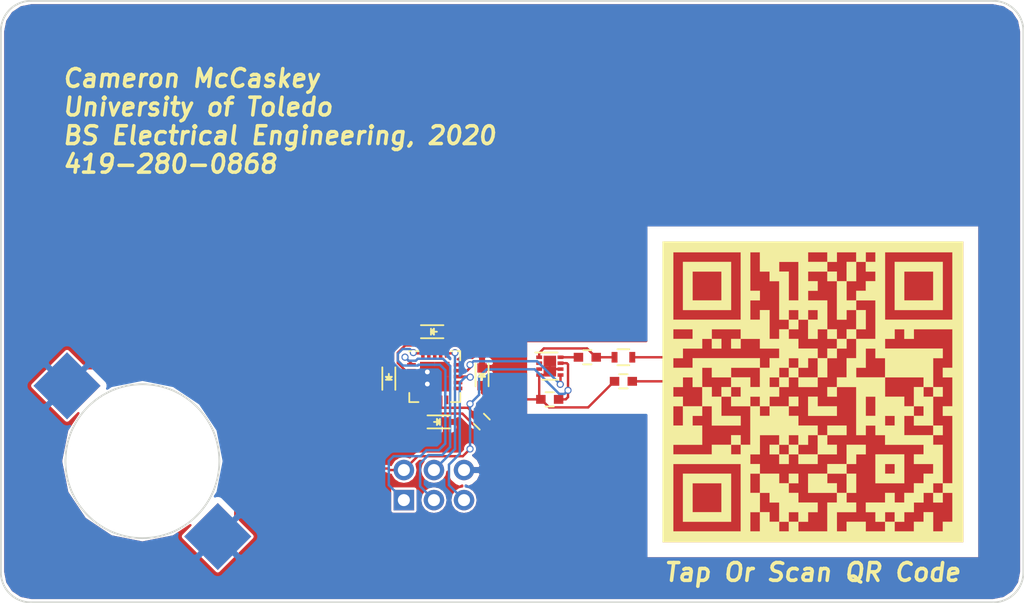
<source format=kicad_pcb>
(kicad_pcb (version 4) (host pcbnew 4.0.5+dfsg1-4)

  (general
    (links 38)
    (no_connects 0)
    (area 109.144999 71.044999 195.655001 121.995001)
    (thickness 1.6)
    (drawings 10)
    (tracks 171)
    (zones 0)
    (modules 14)
    (nets 18)
  )

  (page A4)
  (layers
    (0 F.Cu signal)
    (31 B.Cu signal)
    (32 B.Adhes user)
    (33 F.Adhes user)
    (34 B.Paste user)
    (35 F.Paste user)
    (36 B.SilkS user)
    (37 F.SilkS user)
    (38 B.Mask user)
    (39 F.Mask user)
    (40 Dwgs.User user)
    (41 Cmts.User user)
    (42 Eco1.User user)
    (43 Eco2.User user)
    (44 Edge.Cuts user)
    (45 Margin user)
    (46 B.CrtYd user)
    (47 F.CrtYd user)
    (48 B.Fab user)
    (49 F.Fab user)
  )

  (setup
    (last_trace_width 0.2032)
    (trace_clearance 0.1524)
    (zone_clearance 0.508)
    (zone_45_only yes)
    (trace_min 0.2)
    (segment_width 0.2)
    (edge_width 0.15)
    (via_size 0.6)
    (via_drill 0.4)
    (via_min_size 0.4)
    (via_min_drill 0.3)
    (uvia_size 0.3)
    (uvia_drill 0.1)
    (uvias_allowed no)
    (uvia_min_size 0)
    (uvia_min_drill 0)
    (pcb_text_width 0.3)
    (pcb_text_size 1.5 1.5)
    (mod_edge_width 0.15)
    (mod_text_size 1 1)
    (mod_text_width 0.15)
    (pad_size 4 4)
    (pad_drill 0)
    (pad_to_mask_clearance 0.2)
    (aux_axis_origin 0 0)
    (visible_elements FFFEFF7F)
    (pcbplotparams
      (layerselection 0x00008_00000000)
      (usegerberextensions true)
      (excludeedgelayer true)
      (linewidth 0.100000)
      (plotframeref false)
      (viasonmask false)
      (mode 1)
      (useauxorigin false)
      (hpglpennumber 1)
      (hpglpenspeed 20)
      (hpglpendiameter 15)
      (hpglpenoverlay 2)
      (psnegative false)
      (psa4output false)
      (plotreference true)
      (plotvalue true)
      (plotinvisibletext false)
      (padsonsilk false)
      (subtractmaskfromsilk false)
      (outputformat 1)
      (mirror false)
      (drillshape 0)
      (scaleselection 1)
      (outputdirectory "BUSINESS CARD REV B GERBER STENCIL"))
  )

  (net 0 "")
  (net 1 VCC)
  (net 2 GND)
  (net 3 "Net-(D1-Pad2)")
  (net 4 "Net-(D2-Pad2)")
  (net 5 "Net-(D3-Pad2)")
  (net 6 "Net-(D4-Pad2)")
  (net 7 SCK)
  (net 8 "Net-(U1-Pad11)")
  (net 9 "Net-(U1-Pad12)")
  (net 10 RST)
  (net 11 MISO)
  (net 12 MOSI)
  (net 13 "Net-(C3-Pad1)")
  (net 14 "Net-(C3-Pad2)")
  (net 15 "Net-(C4-Pad1)")
  (net 16 AVR_INT)
  (net 17 "Net-(U1-Pad15)")

  (net_class Default "This is the default net class."
    (clearance 0.1524)
    (trace_width 0.2032)
    (via_dia 0.6)
    (via_drill 0.4)
    (uvia_dia 0.3)
    (uvia_drill 0.1)
    (add_net AVR_INT)
    (add_net GND)
    (add_net MISO)
    (add_net MOSI)
    (add_net "Net-(C3-Pad1)")
    (add_net "Net-(C3-Pad2)")
    (add_net "Net-(C4-Pad1)")
    (add_net "Net-(D1-Pad2)")
    (add_net "Net-(D2-Pad2)")
    (add_net "Net-(D3-Pad2)")
    (add_net "Net-(D4-Pad2)")
    (add_net "Net-(U1-Pad11)")
    (add_net "Net-(U1-Pad12)")
    (add_net "Net-(U1-Pad15)")
    (add_net RST)
    (add_net SCK)
    (add_net VCC)
  )

  (module Housings_DFN_QFN:QFN-20-1EP_4x4mm_Pitch0.5mm (layer F.Cu) (tedit 599F803B) (tstamp 59780EB0)
    (at 145.863 102.854)
    (descr "20-Lead Plastic Quad Flat, No Lead Package (ML) - 4x4x0.9 mm Body [QFN]; (see Microchip Packaging Specification 00000049BS.pdf)")
    (tags "QFN 0.5")
    (path /5978091A)
    (attr smd)
    (fp_text reference U1 (at 0 -3.33) (layer F.SilkS) hide
      (effects (font (size 1 1) (thickness 0.15)))
    )
    (fp_text value ATTINY84-M (at 0 3.33) (layer F.Fab)
      (effects (font (size 1 1) (thickness 0.15)))
    )
    (fp_line (start -1 -2) (end 2 -2) (layer F.Fab) (width 0.15))
    (fp_line (start 2 -2) (end 2 2) (layer F.Fab) (width 0.15))
    (fp_line (start 2 2) (end -2 2) (layer F.Fab) (width 0.15))
    (fp_line (start -2 2) (end -2 -1) (layer F.Fab) (width 0.15))
    (fp_line (start -2 -1) (end -1 -2) (layer F.Fab) (width 0.15))
    (fp_line (start -2.6 -2.6) (end -2.6 2.6) (layer F.CrtYd) (width 0.05))
    (fp_line (start 2.6 -2.6) (end 2.6 2.6) (layer F.CrtYd) (width 0.05))
    (fp_line (start -2.6 -2.6) (end 2.6 -2.6) (layer F.CrtYd) (width 0.05))
    (fp_line (start -2.6 2.6) (end 2.6 2.6) (layer F.CrtYd) (width 0.05))
    (fp_line (start 2.15 -2.15) (end 2.15 -1.375) (layer F.SilkS) (width 0.15))
    (fp_line (start -2.15 2.15) (end -2.15 1.375) (layer F.SilkS) (width 0.15))
    (fp_line (start 2.15 2.15) (end 2.15 1.375) (layer F.SilkS) (width 0.15))
    (fp_line (start -2.15 -2.15) (end -1.375 -2.15) (layer F.SilkS) (width 0.15))
    (fp_line (start -2.15 2.15) (end -1.375 2.15) (layer F.SilkS) (width 0.15))
    (fp_line (start 2.15 2.15) (end 1.375 2.15) (layer F.SilkS) (width 0.15))
    (fp_line (start 2.15 -2.15) (end 1.375 -2.15) (layer F.SilkS) (width 0.15))
    (pad 1 smd rect (at -1.965 -1) (size 0.73 0.3) (layers F.Cu F.Paste F.Mask)
      (net 7 SCK))
    (pad 2 smd rect (at -1.965 -0.5) (size 0.73 0.3) (layers F.Cu F.Paste F.Mask)
      (net 6 "Net-(D4-Pad2)"))
    (pad 3 smd rect (at -1.965 0) (size 0.73 0.3) (layers F.Cu F.Paste F.Mask)
      (net 5 "Net-(D3-Pad2)"))
    (pad 4 smd rect (at -1.965 0.5) (size 0.73 0.3) (layers F.Cu F.Paste F.Mask)
      (net 4 "Net-(D2-Pad2)"))
    (pad 5 smd rect (at -1.965 1) (size 0.73 0.3) (layers F.Cu F.Paste F.Mask)
      (net 3 "Net-(D1-Pad2)"))
    (pad 6 smd rect (at -1 1.965 90) (size 0.73 0.3) (layers F.Cu F.Paste F.Mask))
    (pad 7 smd rect (at -0.5 1.965 90) (size 0.73 0.3) (layers F.Cu F.Paste F.Mask))
    (pad 8 smd rect (at 0 1.965 90) (size 0.73 0.3) (layers F.Cu F.Paste F.Mask)
      (net 2 GND))
    (pad 9 smd rect (at 0.5 1.965 90) (size 0.73 0.3) (layers F.Cu F.Paste F.Mask)
      (net 1 VCC))
    (pad 10 smd rect (at 1 1.965 90) (size 0.73 0.3) (layers F.Cu F.Paste F.Mask))
    (pad 11 smd rect (at 1.965 1) (size 0.73 0.3) (layers F.Cu F.Paste F.Mask)
      (net 8 "Net-(U1-Pad11)"))
    (pad 12 smd rect (at 1.965 0.5) (size 0.73 0.3) (layers F.Cu F.Paste F.Mask)
      (net 9 "Net-(U1-Pad12)"))
    (pad 13 smd rect (at 1.965 0) (size 0.73 0.3) (layers F.Cu F.Paste F.Mask)
      (net 10 RST))
    (pad 14 smd rect (at 1.965 -0.5) (size 0.73 0.3) (layers F.Cu F.Paste F.Mask)
      (net 16 AVR_INT))
    (pad 15 smd rect (at 1.965 -1) (size 0.73 0.3) (layers F.Cu F.Paste F.Mask)
      (net 17 "Net-(U1-Pad15)"))
    (pad 16 smd rect (at 1 -1.965 90) (size 0.73 0.3) (layers F.Cu F.Paste F.Mask)
      (net 12 MOSI))
    (pad 17 smd rect (at 0.5 -1.965 90) (size 0.73 0.3) (layers F.Cu F.Paste F.Mask))
    (pad 18 smd rect (at 0 -1.965 90) (size 0.73 0.3) (layers F.Cu F.Paste F.Mask))
    (pad 19 smd rect (at -0.5 -1.965 90) (size 0.73 0.3) (layers F.Cu F.Paste F.Mask))
    (pad 20 smd rect (at -1 -1.965 90) (size 0.73 0.3) (layers F.Cu F.Paste F.Mask)
      (net 11 MISO))
    (pad 21 smd rect (at 0.625 0.625) (size 1.25 1.25) (layers F.Cu F.Paste F.Mask)
      (net 2 GND) (solder_paste_margin_ratio -0.2))
    (pad 21 smd rect (at 0.625 -0.625) (size 1.25 1.25) (layers F.Cu F.Paste F.Mask)
      (net 2 GND) (solder_paste_margin_ratio -0.2))
    (pad 21 smd rect (at -0.625 0.625) (size 1.25 1.25) (layers F.Cu F.Paste F.Mask)
      (net 2 GND) (solder_paste_margin_ratio -0.2))
    (pad 21 smd rect (at -0.625 -0.625) (size 1.25 1.25) (layers F.Cu F.Paste F.Mask)
      (net 2 GND) (solder_paste_margin_ratio -0.2))
    (model Housings_DFN_QFN.3dshapes/QFN-20-1EP_4x4mm_Pitch0.5mm.wrl
      (at (xyz 0 0 0))
      (scale (xyz 1 1 1))
      (rotate (xyz 0 0 0))
    )
  )

  (module Capacitors_SMD:C_0603 (layer F.Cu) (tedit 5978C160) (tstamp 59780E72)
    (at 149.83767 106.65767 315)
    (descr "Capacitor SMD 0603, reflow soldering, AVX (see smccp.pdf)")
    (tags "capacitor 0603")
    (path /59780B83)
    (attr smd)
    (fp_text reference C1 (at 0 -1.9 315) (layer F.SilkS) hide
      (effects (font (size 1 1) (thickness 0.15)))
    )
    (fp_text value 1uF (at 0 1.9 315) (layer F.Fab)
      (effects (font (size 1 1) (thickness 0.15)))
    )
    (fp_line (start -0.8 0.4) (end -0.8 -0.4) (layer F.Fab) (width 0.15))
    (fp_line (start 0.8 0.4) (end -0.8 0.4) (layer F.Fab) (width 0.15))
    (fp_line (start 0.8 -0.4) (end 0.8 0.4) (layer F.Fab) (width 0.15))
    (fp_line (start -0.8 -0.4) (end 0.8 -0.4) (layer F.Fab) (width 0.15))
    (fp_line (start -1.45 -0.75) (end 1.45 -0.75) (layer F.CrtYd) (width 0.05))
    (fp_line (start -1.45 0.75) (end 1.45 0.75) (layer F.CrtYd) (width 0.05))
    (fp_line (start -1.45 -0.75) (end -1.45 0.75) (layer F.CrtYd) (width 0.05))
    (fp_line (start 1.45 -0.75) (end 1.45 0.75) (layer F.CrtYd) (width 0.05))
    (fp_line (start -0.35 -0.6) (end 0.35 -0.6) (layer F.SilkS) (width 0.15))
    (fp_line (start 0.35 0.6) (end -0.35 0.6) (layer F.SilkS) (width 0.15))
    (pad 1 smd rect (at -0.75 0 315) (size 0.8 0.75) (layers F.Cu F.Paste F.Mask)
      (net 1 VCC))
    (pad 2 smd rect (at 0.75 0 315) (size 0.8 0.75) (layers F.Cu F.Paste F.Mask)
      (net 2 GND))
    (model Capacitors_SMD.3dshapes/C_0603.wrl
      (at (xyz 0 0 0))
      (scale (xyz 1 1 1))
      (rotate (xyz 0 0 0))
    )
  )

  (module LEDs:LED_0603 (layer F.Cu) (tedit 59780F6D) (tstamp 59780E78)
    (at 149.86 102.87 270)
    (descr "LED 0603 smd package")
    (tags "LED led 0603 SMD smd SMT smt smdled SMDLED smtled SMTLED")
    (path /59780EAE)
    (attr smd)
    (fp_text reference D1 (at 0 -1.5 270) (layer F.SilkS) hide
      (effects (font (size 1 1) (thickness 0.15)))
    )
    (fp_text value LED_Small (at 0 1.5 270) (layer F.Fab)
      (effects (font (size 1 1) (thickness 0.15)))
    )
    (fp_line (start -0.3 -0.2) (end -0.3 0.2) (layer F.Fab) (width 0.15))
    (fp_line (start -0.2 0) (end 0.1 -0.2) (layer F.Fab) (width 0.15))
    (fp_line (start 0.1 0.2) (end -0.2 0) (layer F.Fab) (width 0.15))
    (fp_line (start 0.1 -0.2) (end 0.1 0.2) (layer F.Fab) (width 0.15))
    (fp_line (start 0.8 0.4) (end -0.8 0.4) (layer F.Fab) (width 0.15))
    (fp_line (start 0.8 -0.4) (end 0.8 0.4) (layer F.Fab) (width 0.15))
    (fp_line (start -0.8 -0.4) (end 0.8 -0.4) (layer F.Fab) (width 0.15))
    (fp_line (start -0.8 0.4) (end -0.8 -0.4) (layer F.Fab) (width 0.15))
    (fp_line (start -1.1 0.55) (end 0.8 0.55) (layer F.SilkS) (width 0.15))
    (fp_line (start -1.1 -0.55) (end 0.8 -0.55) (layer F.SilkS) (width 0.15))
    (fp_line (start -0.2 0) (end 0.25 0) (layer F.SilkS) (width 0.15))
    (fp_line (start -0.25 -0.25) (end -0.25 0.25) (layer F.SilkS) (width 0.15))
    (fp_line (start -0.25 0) (end 0 -0.25) (layer F.SilkS) (width 0.15))
    (fp_line (start 0 -0.25) (end 0 0.25) (layer F.SilkS) (width 0.15))
    (fp_line (start 0 0.25) (end -0.25 0) (layer F.SilkS) (width 0.15))
    (fp_line (start 1.4 -0.75) (end 1.4 0.75) (layer F.CrtYd) (width 0.05))
    (fp_line (start 1.4 0.75) (end -1.4 0.75) (layer F.CrtYd) (width 0.05))
    (fp_line (start -1.4 0.75) (end -1.4 -0.75) (layer F.CrtYd) (width 0.05))
    (fp_line (start -1.4 -0.75) (end 1.4 -0.75) (layer F.CrtYd) (width 0.05))
    (pad 2 smd rect (at 0.7493 0 90) (size 0.79756 0.79756) (layers F.Cu F.Paste F.Mask)
      (net 3 "Net-(D1-Pad2)"))
    (pad 1 smd rect (at -0.7493 0 90) (size 0.79756 0.79756) (layers F.Cu F.Paste F.Mask)
      (net 2 GND))
    (model LEDs.3dshapes/LED_0603.wrl
      (at (xyz 0 0 0))
      (scale (xyz 1 1 1))
      (rotate (xyz 0 0 180))
    )
  )

  (module LEDs:LED_0603 (layer F.Cu) (tedit 59780F67) (tstamp 59780E7E)
    (at 146.05 106.68 180)
    (descr "LED 0603 smd package")
    (tags "LED led 0603 SMD smd SMT smt smdled SMDLED smtled SMTLED")
    (path /59780FD3)
    (attr smd)
    (fp_text reference D2 (at 0 -1.5 180) (layer F.SilkS) hide
      (effects (font (size 1 1) (thickness 0.15)))
    )
    (fp_text value LED_Small (at 0 1.5 180) (layer F.Fab)
      (effects (font (size 1 1) (thickness 0.15)))
    )
    (fp_line (start -0.3 -0.2) (end -0.3 0.2) (layer F.Fab) (width 0.15))
    (fp_line (start -0.2 0) (end 0.1 -0.2) (layer F.Fab) (width 0.15))
    (fp_line (start 0.1 0.2) (end -0.2 0) (layer F.Fab) (width 0.15))
    (fp_line (start 0.1 -0.2) (end 0.1 0.2) (layer F.Fab) (width 0.15))
    (fp_line (start 0.8 0.4) (end -0.8 0.4) (layer F.Fab) (width 0.15))
    (fp_line (start 0.8 -0.4) (end 0.8 0.4) (layer F.Fab) (width 0.15))
    (fp_line (start -0.8 -0.4) (end 0.8 -0.4) (layer F.Fab) (width 0.15))
    (fp_line (start -0.8 0.4) (end -0.8 -0.4) (layer F.Fab) (width 0.15))
    (fp_line (start -1.1 0.55) (end 0.8 0.55) (layer F.SilkS) (width 0.15))
    (fp_line (start -1.1 -0.55) (end 0.8 -0.55) (layer F.SilkS) (width 0.15))
    (fp_line (start -0.2 0) (end 0.25 0) (layer F.SilkS) (width 0.15))
    (fp_line (start -0.25 -0.25) (end -0.25 0.25) (layer F.SilkS) (width 0.15))
    (fp_line (start -0.25 0) (end 0 -0.25) (layer F.SilkS) (width 0.15))
    (fp_line (start 0 -0.25) (end 0 0.25) (layer F.SilkS) (width 0.15))
    (fp_line (start 0 0.25) (end -0.25 0) (layer F.SilkS) (width 0.15))
    (fp_line (start 1.4 -0.75) (end 1.4 0.75) (layer F.CrtYd) (width 0.05))
    (fp_line (start 1.4 0.75) (end -1.4 0.75) (layer F.CrtYd) (width 0.05))
    (fp_line (start -1.4 0.75) (end -1.4 -0.75) (layer F.CrtYd) (width 0.05))
    (fp_line (start -1.4 -0.75) (end 1.4 -0.75) (layer F.CrtYd) (width 0.05))
    (pad 2 smd rect (at 0.7493 0) (size 0.79756 0.79756) (layers F.Cu F.Paste F.Mask)
      (net 4 "Net-(D2-Pad2)"))
    (pad 1 smd rect (at -0.7493 0) (size 0.79756 0.79756) (layers F.Cu F.Paste F.Mask)
      (net 2 GND))
    (model LEDs.3dshapes/LED_0603.wrl
      (at (xyz 0 0 0))
      (scale (xyz 1 1 1))
      (rotate (xyz 0 0 180))
    )
  )

  (module LEDs:LED_0603 (layer F.Cu) (tedit 59780F5D) (tstamp 59780E84)
    (at 141.986 102.87 90)
    (descr "LED 0603 smd package")
    (tags "LED led 0603 SMD smd SMT smt smdled SMDLED smtled SMTLED")
    (path /59780FF7)
    (attr smd)
    (fp_text reference D3 (at 0 -1.5 90) (layer F.SilkS) hide
      (effects (font (size 1 1) (thickness 0.15)))
    )
    (fp_text value LED_Small (at 0 1.5 90) (layer F.Fab)
      (effects (font (size 1 1) (thickness 0.15)))
    )
    (fp_line (start -0.3 -0.2) (end -0.3 0.2) (layer F.Fab) (width 0.15))
    (fp_line (start -0.2 0) (end 0.1 -0.2) (layer F.Fab) (width 0.15))
    (fp_line (start 0.1 0.2) (end -0.2 0) (layer F.Fab) (width 0.15))
    (fp_line (start 0.1 -0.2) (end 0.1 0.2) (layer F.Fab) (width 0.15))
    (fp_line (start 0.8 0.4) (end -0.8 0.4) (layer F.Fab) (width 0.15))
    (fp_line (start 0.8 -0.4) (end 0.8 0.4) (layer F.Fab) (width 0.15))
    (fp_line (start -0.8 -0.4) (end 0.8 -0.4) (layer F.Fab) (width 0.15))
    (fp_line (start -0.8 0.4) (end -0.8 -0.4) (layer F.Fab) (width 0.15))
    (fp_line (start -1.1 0.55) (end 0.8 0.55) (layer F.SilkS) (width 0.15))
    (fp_line (start -1.1 -0.55) (end 0.8 -0.55) (layer F.SilkS) (width 0.15))
    (fp_line (start -0.2 0) (end 0.25 0) (layer F.SilkS) (width 0.15))
    (fp_line (start -0.25 -0.25) (end -0.25 0.25) (layer F.SilkS) (width 0.15))
    (fp_line (start -0.25 0) (end 0 -0.25) (layer F.SilkS) (width 0.15))
    (fp_line (start 0 -0.25) (end 0 0.25) (layer F.SilkS) (width 0.15))
    (fp_line (start 0 0.25) (end -0.25 0) (layer F.SilkS) (width 0.15))
    (fp_line (start 1.4 -0.75) (end 1.4 0.75) (layer F.CrtYd) (width 0.05))
    (fp_line (start 1.4 0.75) (end -1.4 0.75) (layer F.CrtYd) (width 0.05))
    (fp_line (start -1.4 0.75) (end -1.4 -0.75) (layer F.CrtYd) (width 0.05))
    (fp_line (start -1.4 -0.75) (end 1.4 -0.75) (layer F.CrtYd) (width 0.05))
    (pad 2 smd rect (at 0.7493 0 270) (size 0.79756 0.79756) (layers F.Cu F.Paste F.Mask)
      (net 5 "Net-(D3-Pad2)"))
    (pad 1 smd rect (at -0.7493 0 270) (size 0.79756 0.79756) (layers F.Cu F.Paste F.Mask)
      (net 2 GND))
    (model LEDs.3dshapes/LED_0603.wrl
      (at (xyz 0 0 0))
      (scale (xyz 1 1 1))
      (rotate (xyz 0 0 180))
    )
  )

  (module LEDs:LED_0603 (layer F.Cu) (tedit 59780F60) (tstamp 59780E8A)
    (at 145.796 99.06)
    (descr "LED 0603 smd package")
    (tags "LED led 0603 SMD smd SMT smt smdled SMDLED smtled SMTLED")
    (path /5978101F)
    (attr smd)
    (fp_text reference D4 (at 0 -1.5) (layer F.SilkS) hide
      (effects (font (size 1 1) (thickness 0.15)))
    )
    (fp_text value LED_Small (at 0 1.5) (layer F.Fab)
      (effects (font (size 1 1) (thickness 0.15)))
    )
    (fp_line (start -0.3 -0.2) (end -0.3 0.2) (layer F.Fab) (width 0.15))
    (fp_line (start -0.2 0) (end 0.1 -0.2) (layer F.Fab) (width 0.15))
    (fp_line (start 0.1 0.2) (end -0.2 0) (layer F.Fab) (width 0.15))
    (fp_line (start 0.1 -0.2) (end 0.1 0.2) (layer F.Fab) (width 0.15))
    (fp_line (start 0.8 0.4) (end -0.8 0.4) (layer F.Fab) (width 0.15))
    (fp_line (start 0.8 -0.4) (end 0.8 0.4) (layer F.Fab) (width 0.15))
    (fp_line (start -0.8 -0.4) (end 0.8 -0.4) (layer F.Fab) (width 0.15))
    (fp_line (start -0.8 0.4) (end -0.8 -0.4) (layer F.Fab) (width 0.15))
    (fp_line (start -1.1 0.55) (end 0.8 0.55) (layer F.SilkS) (width 0.15))
    (fp_line (start -1.1 -0.55) (end 0.8 -0.55) (layer F.SilkS) (width 0.15))
    (fp_line (start -0.2 0) (end 0.25 0) (layer F.SilkS) (width 0.15))
    (fp_line (start -0.25 -0.25) (end -0.25 0.25) (layer F.SilkS) (width 0.15))
    (fp_line (start -0.25 0) (end 0 -0.25) (layer F.SilkS) (width 0.15))
    (fp_line (start 0 -0.25) (end 0 0.25) (layer F.SilkS) (width 0.15))
    (fp_line (start 0 0.25) (end -0.25 0) (layer F.SilkS) (width 0.15))
    (fp_line (start 1.4 -0.75) (end 1.4 0.75) (layer F.CrtYd) (width 0.05))
    (fp_line (start 1.4 0.75) (end -1.4 0.75) (layer F.CrtYd) (width 0.05))
    (fp_line (start -1.4 0.75) (end -1.4 -0.75) (layer F.CrtYd) (width 0.05))
    (fp_line (start -1.4 -0.75) (end 1.4 -0.75) (layer F.CrtYd) (width 0.05))
    (pad 2 smd rect (at 0.7493 0 180) (size 0.79756 0.79756) (layers F.Cu F.Paste F.Mask)
      (net 6 "Net-(D4-Pad2)"))
    (pad 1 smd rect (at -0.7493 0 180) (size 0.79756 0.79756) (layers F.Cu F.Paste F.Mask)
      (net 2 GND))
    (model LEDs.3dshapes/LED_0603.wrl
      (at (xyz 0 0 0))
      (scale (xyz 1 1 1))
      (rotate (xyz 0 0 180))
    )
  )

  (module MOD:CR1220 (layer F.Cu) (tedit 59B9DFB7) (tstamp 59781752)
    (at 113.74734 117.420582 135)
    (path /59781222)
    (fp_text reference BT1 (at 0 0.5 135) (layer F.SilkS) hide
      (effects (font (size 1 1) (thickness 0.15)))
    )
    (fp_text value CR2025 (at 0 -0.5 135) (layer F.Fab)
      (effects (font (size 1 1) (thickness 0.15)))
    )
    (fp_circle (center 0 10.5) (end 6.5 10.5) (layer Edge.Cuts) (width 0.15))
    (pad 1 smd rect (at -9 10.5 135) (size 4 4) (layers F.Cu F.Mask)
      (net 1 VCC))
    (pad 1 smd rect (at 9 10.5 135) (size 4 4) (layers F.Cu F.Mask)
      (net 1 VCC))
    (pad 2 smd rect (at 9 10.5 135) (size 4 4) (layers B.Cu B.Paste B.Mask)
      (net 2 GND))
    (pad 2 smd rect (at -9 10.5 135) (size 4 4) (layers B.Cu B.Paste B.Mask)
      (net 2 GND))
  )

  (module Capacitors_SMD:C_0603 (layer F.Cu) (tedit 5978BEB5) (tstamp 5978B51E)
    (at 155.575 104.775)
    (descr "Capacitor SMD 0603, reflow soldering, AVX (see smccp.pdf)")
    (tags "capacitor 0603")
    (path /5978A255)
    (attr smd)
    (fp_text reference C2 (at 0 -1.9) (layer F.SilkS) hide
      (effects (font (size 1 1) (thickness 0.15)))
    )
    (fp_text value 1uF (at 0 1.9) (layer F.Fab)
      (effects (font (size 1 1) (thickness 0.15)))
    )
    (fp_line (start -0.8 0.4) (end -0.8 -0.4) (layer F.Fab) (width 0.15))
    (fp_line (start 0.8 0.4) (end -0.8 0.4) (layer F.Fab) (width 0.15))
    (fp_line (start 0.8 -0.4) (end 0.8 0.4) (layer F.Fab) (width 0.15))
    (fp_line (start -0.8 -0.4) (end 0.8 -0.4) (layer F.Fab) (width 0.15))
    (fp_line (start -1.45 -0.75) (end 1.45 -0.75) (layer F.CrtYd) (width 0.05))
    (fp_line (start -1.45 0.75) (end 1.45 0.75) (layer F.CrtYd) (width 0.05))
    (fp_line (start -1.45 -0.75) (end -1.45 0.75) (layer F.CrtYd) (width 0.05))
    (fp_line (start 1.45 -0.75) (end 1.45 0.75) (layer F.CrtYd) (width 0.05))
    (fp_line (start -0.35 -0.6) (end 0.35 -0.6) (layer F.SilkS) (width 0.15))
    (fp_line (start 0.35 0.6) (end -0.35 0.6) (layer F.SilkS) (width 0.15))
    (pad 1 smd rect (at -0.75 0) (size 0.8 0.75) (layers F.Cu F.Paste F.Mask)
      (net 2 GND))
    (pad 2 smd rect (at 0.75 0) (size 0.8 0.75) (layers F.Cu F.Paste F.Mask)
      (net 1 VCC))
    (model Capacitors_SMD.3dshapes/C_0603.wrl
      (at (xyz 0 0 0))
      (scale (xyz 1 1 1))
      (rotate (xyz 0 0 0))
    )
  )

  (module Capacitors_SMD:C_0603 (layer F.Cu) (tedit 5978BEBC) (tstamp 5978B524)
    (at 158.75 101.219 180)
    (descr "Capacitor SMD 0603, reflow soldering, AVX (see smccp.pdf)")
    (tags "capacitor 0603")
    (path /5978A743)
    (attr smd)
    (fp_text reference C3 (at 0 -1.9 180) (layer F.SilkS) hide
      (effects (font (size 1 1) (thickness 0.15)))
    )
    (fp_text value C (at 0 1.9 180) (layer F.Fab)
      (effects (font (size 1 1) (thickness 0.15)))
    )
    (fp_line (start -0.8 0.4) (end -0.8 -0.4) (layer F.Fab) (width 0.15))
    (fp_line (start 0.8 0.4) (end -0.8 0.4) (layer F.Fab) (width 0.15))
    (fp_line (start 0.8 -0.4) (end 0.8 0.4) (layer F.Fab) (width 0.15))
    (fp_line (start -0.8 -0.4) (end 0.8 -0.4) (layer F.Fab) (width 0.15))
    (fp_line (start -1.45 -0.75) (end 1.45 -0.75) (layer F.CrtYd) (width 0.05))
    (fp_line (start -1.45 0.75) (end 1.45 0.75) (layer F.CrtYd) (width 0.05))
    (fp_line (start -1.45 -0.75) (end -1.45 0.75) (layer F.CrtYd) (width 0.05))
    (fp_line (start 1.45 -0.75) (end 1.45 0.75) (layer F.CrtYd) (width 0.05))
    (fp_line (start -0.35 -0.6) (end 0.35 -0.6) (layer F.SilkS) (width 0.15))
    (fp_line (start 0.35 0.6) (end -0.35 0.6) (layer F.SilkS) (width 0.15))
    (pad 1 smd rect (at -0.75 0 180) (size 0.8 0.75) (layers F.Cu F.Paste F.Mask)
      (net 13 "Net-(C3-Pad1)"))
    (pad 2 smd rect (at 0.75 0 180) (size 0.8 0.75) (layers F.Cu F.Paste F.Mask)
      (net 14 "Net-(C3-Pad2)"))
    (model Capacitors_SMD.3dshapes/C_0603.wrl
      (at (xyz 0 0 0))
      (scale (xyz 1 1 1))
      (rotate (xyz 0 0 0))
    )
  )

  (module Capacitors_SMD:C_0603 (layer F.Cu) (tedit 5978BEC4) (tstamp 5978B52A)
    (at 161.798 103.251 180)
    (descr "Capacitor SMD 0603, reflow soldering, AVX (see smccp.pdf)")
    (tags "capacitor 0603")
    (path /5978A714)
    (attr smd)
    (fp_text reference C4 (at 0 -1.9 180) (layer F.SilkS) hide
      (effects (font (size 1 1) (thickness 0.15)))
    )
    (fp_text value C (at 0 1.9 180) (layer F.Fab)
      (effects (font (size 1 1) (thickness 0.15)))
    )
    (fp_line (start -0.8 0.4) (end -0.8 -0.4) (layer F.Fab) (width 0.15))
    (fp_line (start 0.8 0.4) (end -0.8 0.4) (layer F.Fab) (width 0.15))
    (fp_line (start 0.8 -0.4) (end 0.8 0.4) (layer F.Fab) (width 0.15))
    (fp_line (start -0.8 -0.4) (end 0.8 -0.4) (layer F.Fab) (width 0.15))
    (fp_line (start -1.45 -0.75) (end 1.45 -0.75) (layer F.CrtYd) (width 0.05))
    (fp_line (start -1.45 0.75) (end 1.45 0.75) (layer F.CrtYd) (width 0.05))
    (fp_line (start -1.45 -0.75) (end -1.45 0.75) (layer F.CrtYd) (width 0.05))
    (fp_line (start 1.45 -0.75) (end 1.45 0.75) (layer F.CrtYd) (width 0.05))
    (fp_line (start -0.35 -0.6) (end 0.35 -0.6) (layer F.SilkS) (width 0.15))
    (fp_line (start 0.35 0.6) (end -0.35 0.6) (layer F.SilkS) (width 0.15))
    (pad 1 smd rect (at -0.75 0 180) (size 0.8 0.75) (layers F.Cu F.Paste F.Mask)
      (net 15 "Net-(C4-Pad1)"))
    (pad 2 smd rect (at 0.75 0 180) (size 0.8 0.75) (layers F.Cu F.Paste F.Mask)
      (net 2 GND))
    (model Capacitors_SMD.3dshapes/C_0603.wrl
      (at (xyz 0 0 0))
      (scale (xyz 1 1 1))
      (rotate (xyz 0 0 0))
    )
  )

  (module Resistors_SMD:R_0603 (layer F.Cu) (tedit 5978BEC9) (tstamp 5978B530)
    (at 161.798 101.219 180)
    (descr "Resistor SMD 0603, reflow soldering, Vishay (see dcrcw.pdf)")
    (tags "resistor 0603")
    (path /5978A6B9)
    (attr smd)
    (fp_text reference R1 (at 0 -1.9 180) (layer F.SilkS) hide
      (effects (font (size 1 1) (thickness 0.15)))
    )
    (fp_text value R (at 0 1.9 180) (layer F.Fab)
      (effects (font (size 1 1) (thickness 0.15)))
    )
    (fp_line (start -0.8 0.4) (end -0.8 -0.4) (layer F.Fab) (width 0.1))
    (fp_line (start 0.8 0.4) (end -0.8 0.4) (layer F.Fab) (width 0.1))
    (fp_line (start 0.8 -0.4) (end 0.8 0.4) (layer F.Fab) (width 0.1))
    (fp_line (start -0.8 -0.4) (end 0.8 -0.4) (layer F.Fab) (width 0.1))
    (fp_line (start -1.3 -0.8) (end 1.3 -0.8) (layer F.CrtYd) (width 0.05))
    (fp_line (start -1.3 0.8) (end 1.3 0.8) (layer F.CrtYd) (width 0.05))
    (fp_line (start -1.3 -0.8) (end -1.3 0.8) (layer F.CrtYd) (width 0.05))
    (fp_line (start 1.3 -0.8) (end 1.3 0.8) (layer F.CrtYd) (width 0.05))
    (fp_line (start 0.5 0.675) (end -0.5 0.675) (layer F.SilkS) (width 0.15))
    (fp_line (start -0.5 -0.675) (end 0.5 -0.675) (layer F.SilkS) (width 0.15))
    (pad 1 smd rect (at -0.75 0 180) (size 0.5 0.9) (layers F.Cu F.Paste F.Mask)
      (net 15 "Net-(C4-Pad1)"))
    (pad 2 smd rect (at 0.75 0 180) (size 0.5 0.9) (layers F.Cu F.Paste F.Mask)
      (net 13 "Net-(C3-Pad1)"))
    (model Resistors_SMD.3dshapes/R_0603.wrl
      (at (xyz 0 0 0))
      (scale (xyz 1 1 1))
      (rotate (xyz 0 0 0))
    )
  )

  (module MOD:ICSP (layer F.Cu) (tedit 5978C743) (tstamp 5978C322)
    (at 143.256 113.284 90)
    (descr "Through hole pin header")
    (tags "pin header")
    (path /59780A0F)
    (fp_text reference P1 (at 0 -5.1 90) (layer F.SilkS) hide
      (effects (font (size 1 1) (thickness 0.15)))
    )
    (fp_text value ICSP (at 0 -3.1 90) (layer F.Fab)
      (effects (font (size 1 1) (thickness 0.15)))
    )
    (fp_line (start -1.75 -1.75) (end -1.75 6.85) (layer F.CrtYd) (width 0.05))
    (fp_line (start 4.3 -1.75) (end 4.3 6.85) (layer F.CrtYd) (width 0.05))
    (fp_line (start -1.75 -1.75) (end 4.3 -1.75) (layer F.CrtYd) (width 0.05))
    (fp_line (start -1.75 6.85) (end 4.3 6.85) (layer F.CrtYd) (width 0.05))
    (pad 1 thru_hole rect (at 0 0 90) (size 1.7272 1.7272) (drill 1.016) (layers *.Cu *.Mask)
      (net 11 MISO))
    (pad 2 thru_hole oval (at 2.54 0 90) (size 1.7272 1.7272) (drill 1.016) (layers *.Cu *.Mask)
      (net 1 VCC))
    (pad 3 thru_hole oval (at 0 2.54 90) (size 1.7272 1.7272) (drill 1.016) (layers *.Cu *.Mask)
      (net 7 SCK))
    (pad 4 thru_hole oval (at 2.54 2.54 90) (size 1.7272 1.7272) (drill 1.016) (layers *.Cu *.Mask)
      (net 12 MOSI))
    (pad 5 thru_hole oval (at 0 5.08 90) (size 1.7272 1.7272) (drill 1.016) (layers *.Cu *.Mask)
      (net 10 RST))
    (pad 6 thru_hole oval (at 2.54 5.08 90) (size 1.7272 1.7272) (drill 1.016) (layers *.Cu *.Mask)
      (net 2 GND))
  )

  (module Housings_DFN_QFN:DFN-8-1EP_2x2mm_Pitch0.5mm (layer F.Cu) (tedit 5998464C) (tstamp 599841BF)
    (at 155.586 101.969)
    (descr "DFN8 2x2, 0.5P; CASE 506CN (see ON Semiconductor 506CN.PDF)")
    (tags "DFN 0.5")
    (path /5978A12E)
    (attr smd)
    (fp_text reference U2 (at 0 -2.075) (layer F.SilkS) hide
      (effects (font (size 1 1) (thickness 0.15)))
    )
    (fp_text value AT42QT1011 (at 0 2.075) (layer F.Fab)
      (effects (font (size 1 1) (thickness 0.15)))
    )
    (fp_line (start 0 -1) (end 1 -1) (layer F.Fab) (width 0.15))
    (fp_line (start 1 -1) (end 1 1) (layer F.Fab) (width 0.15))
    (fp_line (start 1 1) (end -1 1) (layer F.Fab) (width 0.15))
    (fp_line (start -1 1) (end -1 0) (layer F.Fab) (width 0.15))
    (fp_line (start -1 0) (end 0 -1) (layer F.Fab) (width 0.15))
    (fp_line (start -1.4 -1.35) (end -1.4 1.35) (layer F.CrtYd) (width 0.05))
    (fp_line (start 1.4 -1.35) (end 1.4 1.35) (layer F.CrtYd) (width 0.05))
    (fp_line (start -1.4 -1.35) (end 1.4 -1.35) (layer F.CrtYd) (width 0.05))
    (fp_line (start -1.4 1.35) (end 1.4 1.35) (layer F.CrtYd) (width 0.05))
    (fp_line (start -0.65 1.15) (end 0.65 1.15) (layer F.SilkS) (width 0.15))
    (fp_line (start -1.225 -1.15) (end 0.65 -1.15) (layer F.SilkS) (width 0.15))
    (pad 1 smd rect (at -0.9 -0.75) (size 0.5 0.3) (layers F.Cu F.Paste F.Mask)
      (net 13 "Net-(C3-Pad1)"))
    (pad 2 smd rect (at -0.9 -0.25) (size 0.5 0.3) (layers F.Cu F.Paste F.Mask))
    (pad 3 smd rect (at -0.9 0.25) (size 0.5 0.3) (layers F.Cu F.Paste F.Mask))
    (pad 4 smd rect (at -0.9 0.75) (size 0.5 0.3) (layers F.Cu F.Paste F.Mask)
      (net 2 GND))
    (pad 5 smd rect (at 0.9 0.75) (size 0.5 0.3) (layers F.Cu F.Paste F.Mask)
      (net 16 AVR_INT))
    (pad 6 smd rect (at 0.9 0.25) (size 0.5 0.3) (layers F.Cu F.Paste F.Mask)
      (net 2 GND))
    (pad 7 smd rect (at 0.9 -0.25) (size 0.5 0.3) (layers F.Cu F.Paste F.Mask)
      (net 1 VCC))
    (pad 8 smd rect (at 0.9 -0.75) (size 0.5 0.3) (layers F.Cu F.Paste F.Mask)
      (net 14 "Net-(C3-Pad2)"))
    (pad 9 smd rect (at 0 0.44) (size 1.06 0.88) (layers F.Cu F.Paste F.Mask)
      (net 2 GND) (solder_paste_margin_ratio -0.2))
    (pad 9 smd rect (at 0 -0.44) (size 1.06 0.88) (layers F.Cu F.Paste F.Mask)
      (net 2 GND) (solder_paste_margin_ratio -0.2))
    (model Housings_DFN_QFN.3dshapes/DFN-8-1EP_2x2mm_Pitch0.5mm.wrl
      (at (xyz 0 0 0))
      (scale (xyz 1 1 1))
      (rotate (xyz 0 0 0))
    )
  )

  (module MOD:TOUCH (layer F.Cu) (tedit 599844C4) (tstamp 5998477D)
    (at 177.8 104.14)
    (path /5978A54D)
    (fp_text reference T1 (at 0 0) (layer F.SilkS) hide
      (effects (font (thickness 0.3)))
    )
    (fp_text value TOUCH (at 0.75 0) (layer F.SilkS) hide
      (effects (font (thickness 0.3)))
    )
    (fp_poly (pts (xy 12.7 12.7) (xy -12.7 12.7) (xy -12.7 6.096) (xy -11.7856 6.096)
      (xy -11.7856 11.7856) (xy -6.096 11.7856) (xy -6.096 10.16) (xy -5.2832 10.16)
      (xy -5.2832 11.7856) (xy -4.4704 11.7856) (xy -4.4704 10.16) (xy -5.2832 10.16)
      (xy -6.096 10.16) (xy -6.096 6.096) (xy -11.7856 6.096) (xy -12.7 6.096)
      (xy -12.7 4.4704) (xy -11.7856 4.4704) (xy -11.7856 5.2832) (xy -8.5344 5.2832)
      (xy -8.5344 4.4704) (xy -6.9088 4.4704) (xy -6.9088 5.2832) (xy -6.096 5.2832)
      (xy -6.096 4.4704) (xy -5.2832 4.4704) (xy -5.2832 1.2192) (xy -6.9088 1.2192)
      (xy -6.9088 0.4064) (xy -6.096 0.4064) (xy -5.2832 0.4064) (xy -5.2832 1.2192)
      (xy -4.4704 1.2192) (xy -4.4704 2.032) (xy -3.6576 2.032) (xy -3.6576 1.2192)
      (xy -4.4704 1.2192) (xy -4.4704 0.4064) (xy -5.2832 0.4064) (xy -6.096 0.4064)
      (xy -6.096 -0.4064) (xy -6.9088 -0.4064) (xy -6.9088 -1.2192) (xy -8.5344 -1.2192)
      (xy -8.5344 -2.032) (xy -6.9088 -2.032) (xy -6.9088 -1.2192) (xy -5.2832 -1.2192)
      (xy -5.2832 -0.4064) (xy -4.4704 -0.4064) (xy -4.4704 -2.032) (xy -6.9088 -2.032)
      (xy -8.5344 -2.032) (xy -9.3472 -2.032) (xy -9.3472 -0.4064) (xy -10.16 -0.4064)
      (xy -10.16 -1.2192) (xy -10.9728 -1.2192) (xy -10.9728 -0.4064) (xy -11.7856 -0.4064)
      (xy -11.7856 0.4064) (xy -10.9728 0.4064) (xy -10.9728 1.2192) (xy -9.3472 1.2192)
      (xy -9.3472 2.032) (xy -10.16 2.032) (xy -10.16 2.8448) (xy -9.3472 2.8448)
      (xy -9.3472 4.4704) (xy -11.7856 4.4704) (xy -12.7 4.4704) (xy -12.7 1.2192)
      (xy -11.7856 1.2192) (xy -11.7856 2.8448) (xy -10.9728 2.8448) (xy -10.9728 1.2192)
      (xy -11.7856 1.2192) (xy -12.7 1.2192) (xy -12.7 -2.8448) (xy -11.7856 -2.8448)
      (xy -11.7856 -2.032) (xy -10.16 -2.032) (xy -10.16 -2.8448) (xy -4.4704 -2.8448)
      (xy -4.4704 -2.032) (xy -3.6576 -2.032) (xy -3.6576 -2.8448) (xy -2.8448 -2.8448)
      (xy -2.8448 -3.6576) (xy -4.4704 -3.6576) (xy -4.4704 -4.4704) (xy -6.096 -4.4704)
      (xy -6.096 -5.2832) (xy -8.5344 -5.2832) (xy -8.5344 -4.4704) (xy -9.3472 -4.4704)
      (xy -9.3472 -3.6576) (xy -10.9728 -3.6576) (xy -10.9728 -2.8448) (xy -11.7856 -2.8448)
      (xy -12.7 -2.8448) (xy -12.7 -5.2832) (xy -11.7856 -5.2832) (xy -11.7856 -4.4704)
      (xy -10.16 -4.4704) (xy -10.16 -5.2832) (xy -11.7856 -5.2832) (xy -12.7 -5.2832)
      (xy -12.7 -11.7856) (xy -11.7856 -11.7856) (xy -11.7856 -6.096) (xy -6.096 -6.096)
      (xy -6.096 -11.7856) (xy -5.2832 -11.7856) (xy -5.2832 -8.5344) (xy -4.4704 -8.5344)
      (xy -4.4704 -7.7216) (xy -5.2832 -7.7216) (xy -5.2832 -6.096) (xy -4.4704 -6.096)
      (xy -4.4704 -6.9088) (xy -3.6576 -6.9088) (xy -3.6576 -4.4704) (xy -2.8448 -4.4704)
      (xy -2.8448 -5.2832) (xy -2.032 -5.2832) (xy -2.032 -4.4704) (xy -1.2192 -4.4704)
      (xy -1.2192 -3.6576) (xy 0.4064 -3.6576) (xy 0.4064 -2.8448) (xy -0.4064 -2.8448)
      (xy -0.4064 -2.032) (xy -1.2192 -2.032) (xy -1.2192 -2.8448) (xy -2.032 -2.8448)
      (xy -2.032 -2.032) (xy -2.8448 -2.032) (xy -2.8448 -1.2192) (xy -3.6576 -1.2192)
      (xy -3.6576 -0.4064) (xy -2.8448 -0.4064) (xy -2.8448 0.4064) (xy -3.6576 0.4064)
      (xy -3.6576 1.2192) (xy -2.032 1.2192) (xy -2.032 2.032) (xy -1.2192 2.032)
      (xy -1.2192 2.8448) (xy 0.4064 2.8448) (xy 0.4064 3.6576) (xy -0.4064 3.6576)
      (xy -0.4064 4.4704) (xy -1.2192 4.4704) (xy -1.2192 3.6576) (xy -2.032 3.6576)
      (xy -2.032 4.4704) (xy -2.8448 4.4704) (xy -2.8448 3.6576) (xy -4.4704 3.6576)
      (xy -4.4704 5.2832) (xy -5.2832 5.2832) (xy -5.2832 6.096) (xy -4.4704 6.096)
      (xy -4.4704 6.9088) (xy -5.2832 6.9088) (xy -5.2832 8.5344) (xy -4.4704 8.5344)
      (xy -4.4704 10.16) (xy -3.6576 10.16) (xy -3.6576 10.9728) (xy -2.8448 10.9728)
      (xy -2.8448 11.7856) (xy -2.032 11.7856) (xy -2.032 10.9728) (xy -1.2192 10.9728)
      (xy -1.2192 11.7856) (xy 1.2192 11.7856) (xy 1.2192 9.3472) (xy 2.032 9.3472)
      (xy 2.032 8.5344) (xy 2.8448 8.5344) (xy 2.8448 9.3472) (xy 3.6576 9.3472)
      (xy 3.6576 10.16) (xy 2.032 10.16) (xy 2.032 11.7856) (xy 2.8448 11.7856)
      (xy 2.8448 10.9728) (xy 4.4704 10.9728) (xy 4.4704 11.7856) (xy 6.096 11.7856)
      (xy 6.096 10.9728) (xy 5.2832 10.9728) (xy 5.2832 10.16) (xy 6.096 10.16)
      (xy 6.096 10.9728) (xy 6.9088 10.9728) (xy 6.9088 11.7856) (xy 8.5344 11.7856)
      (xy 8.5344 10.9728) (xy 9.3472 10.9728) (xy 9.3472 10.16) (xy 10.16 10.16)
      (xy 10.16 11.7856) (xy 10.9728 11.7856) (xy 10.9728 10.9728) (xy 11.7856 10.9728)
      (xy 11.7856 8.5344) (xy 10.9728 8.5344) (xy 10.9728 7.7216) (xy 10.16 7.7216)
      (xy 10.16 8.5344) (xy 9.3472 8.5344) (xy 9.3472 9.3472) (xy 8.5344 9.3472)
      (xy 8.5344 10.16) (xy 7.7216 10.16) (xy 7.7216 10.9728) (xy 6.9088 10.9728)
      (xy 6.9088 10.16) (xy 6.096 10.16) (xy 5.2832 10.16) (xy 4.4704 10.16)
      (xy 4.4704 9.3472) (xy 6.096 9.3472) (xy 6.096 8.5344) (xy 6.9088 8.5344)
      (xy 6.9088 9.3472) (xy 7.7216 9.3472) (xy 7.7216 8.5344) (xy 8.5344 8.5344)
      (xy 8.5344 7.7216) (xy 9.3472 7.7216) (xy 9.3472 6.9088) (xy 10.16 6.9088)
      (xy 10.16 6.096) (xy 8.5344 6.096) (xy 8.5344 5.2832) (xy 9.3472 5.2832)
      (xy 9.3472 4.4704) (xy 6.096 4.4704) (xy 6.096 3.6576) (xy 5.2832 3.6576)
      (xy 5.2832 2.8448) (xy 4.4704 2.8448) (xy 4.4704 3.6576) (xy 3.6576 3.6576)
      (xy 3.6576 0.4064) (xy 4.4704 0.4064) (xy 4.4704 2.032) (xy 5.2832 2.032)
      (xy 6.096 2.032) (xy 6.096 2.8448) (xy 6.9088 2.8448) (xy 6.9088 2.032)
      (xy 6.096 2.032) (xy 5.2832 2.032) (xy 5.2832 0.4064) (xy 4.4704 0.4064)
      (xy 3.6576 0.4064) (xy 3.6576 -0.4064) (xy 2.032 -0.4064) (xy 2.032 -1.2192)
      (xy 2.8448 -1.2192) (xy 2.8448 -2.032) (xy 3.6576 -2.032) (xy 3.6576 -1.2192)
      (xy 6.096 -1.2192) (xy 6.096 -2.8448) (xy 5.2832 -2.8448) (xy 5.2832 -3.6576)
      (xy 4.4704 -3.6576) (xy 4.4704 -2.032) (xy 3.6576 -2.032) (xy 2.8448 -2.032)
      (xy 2.8448 -2.8448) (xy 3.6576 -2.8448) (xy 3.6576 -4.4704) (xy 5.2832 -4.4704)
      (xy 6.096 -4.4704) (xy 6.096 -3.6576) (xy 10.9728 -3.6576) (xy 10.9728 -2.8448)
      (xy 10.16 -2.8448) (xy 10.16 -0.4064) (xy 9.3472 -0.4064) (xy 9.3472 -1.2192)
      (xy 6.096 -1.2192) (xy 6.096 0.4064) (xy 7.7216 0.4064) (xy 7.7216 1.2192)
      (xy 8.5344 1.2192) (xy 8.5344 2.032) (xy 7.7216 2.032) (xy 7.7216 3.6576)
      (xy 10.16 3.6576) (xy 10.16 4.4704) (xy 10.9728 4.4704) (xy 10.9728 7.7216)
      (xy 11.7856 7.7216) (xy 11.7856 2.032) (xy 10.9728 2.032) (xy 10.9728 1.2192)
      (xy 11.7856 1.2192) (xy 11.7856 -1.2192) (xy 10.9728 -1.2192) (xy 10.9728 -2.032)
      (xy 11.7856 -2.032) (xy 11.7856 -5.2832) (xy 8.5344 -5.2832) (xy 8.5344 -4.4704)
      (xy 7.7216 -4.4704) (xy 7.7216 -5.2832) (xy 6.9088 -5.2832) (xy 6.9088 -4.4704)
      (xy 6.096 -4.4704) (xy 5.2832 -4.4704) (xy 5.2832 -7.7216) (xy 3.6576 -7.7216)
      (xy 3.6576 -8.5344) (xy 4.4704 -8.5344) (xy 4.4704 -9.3472) (xy 5.2832 -9.3472)
      (xy 5.2832 -10.16) (xy 4.4704 -10.16) (xy 4.4704 -10.9728) (xy 3.6576 -10.9728)
      (xy 3.6576 -11.7856) (xy 4.4704 -11.7856) (xy 4.4704 -10.9728) (xy 5.2832 -10.9728)
      (xy 5.2832 -11.7856) (xy 6.096 -11.7856) (xy 6.096 -6.096) (xy 11.7856 -6.096)
      (xy 11.7856 -11.7856) (xy 6.096 -11.7856) (xy 5.2832 -11.7856) (xy 4.4704 -11.7856)
      (xy 3.6576 -11.7856) (xy 2.032 -11.7856) (xy 2.032 -10.9728) (xy 1.2192 -10.9728)
      (xy 1.2192 -10.16) (xy -0.4064 -10.16) (xy -0.4064 -9.3472) (xy 0.4064 -9.3472)
      (xy 0.4064 -8.5344) (xy -0.4064 -8.5344) (xy -0.4064 -7.7216) (xy 1.2192 -7.7216)
      (xy 1.2192 -5.2832) (xy 0.4064 -5.2832) (xy 0.4064 -4.4704) (xy -0.4064 -4.4704)
      (xy -0.4064 -6.096) (xy -1.2192 -6.096) (xy -1.2192 -6.9088) (xy -0.4064 -6.9088)
      (xy -0.4064 -6.096) (xy 0.4064 -6.096) (xy 0.4064 -6.9088) (xy -0.4064 -6.9088)
      (xy -1.2192 -6.9088) (xy -2.032 -6.9088) (xy -2.032 -6.096) (xy -2.8448 -6.096)
      (xy -2.8448 -9.3472) (xy -3.6576 -9.3472) (xy -3.6576 -10.16) (xy -4.4704 -10.16)
      (xy -4.4704 -10.9728) (xy -2.8448 -10.9728) (xy -2.8448 -10.16) (xy -2.032 -10.16)
      (xy -2.032 -7.7216) (xy -1.2192 -7.7216) (xy -1.2192 -10.9728) (xy -2.8448 -10.9728)
      (xy -4.4704 -10.9728) (xy -4.4704 -11.7856) (xy -0.4064 -11.7856) (xy -0.4064 -10.9728)
      (xy 1.2192 -10.9728) (xy 1.2192 -11.7856) (xy -0.4064 -11.7856) (xy -4.4704 -11.7856)
      (xy -5.2832 -11.7856) (xy -6.096 -11.7856) (xy -11.7856 -11.7856) (xy -12.7 -11.7856)
      (xy -12.7 -12.7) (xy 12.7 -12.7) (xy 12.7 12.7)) (layer F.SilkS) (width 0.01))
    (fp_poly (pts (xy -6.9088 10.9728) (xy -10.9728 10.9728) (xy -10.9728 7.7216) (xy -10.16 7.7216)
      (xy -10.16 10.16) (xy -7.7216 10.16) (xy -7.7216 7.7216) (xy -10.16 7.7216)
      (xy -10.9728 7.7216) (xy -10.9728 6.9088) (xy -6.9088 6.9088) (xy -6.9088 10.9728)) (layer F.SilkS) (width 0.01))
    (fp_poly (pts (xy -2.8448 7.7216) (xy -2.032 7.7216) (xy -2.032 8.5344) (xy -1.2192 8.5344)
      (xy -1.2192 9.3472) (xy 0.4064 9.3472) (xy 0.4064 10.16) (xy -0.4064 10.16)
      (xy -0.4064 10.9728) (xy -1.2192 10.9728) (xy -1.2192 10.16) (xy -2.032 10.16)
      (xy -2.032 10.9728) (xy -2.8448 10.9728) (xy -2.8448 9.3472) (xy -3.6576 9.3472)
      (xy -3.6576 8.5344) (xy -4.4704 8.5344) (xy -4.4704 6.9088) (xy -2.8448 6.9088)
      (xy -2.8448 7.7216)) (layer F.SilkS) (width 0.01))
    (fp_poly (pts (xy -1.2192 7.7216) (xy -2.032 7.7216) (xy -2.032 6.9088) (xy -1.2192 6.9088)
      (xy -1.2192 7.7216)) (layer F.SilkS) (width 0.01))
    (fp_poly (pts (xy 10.9728 9.3472) (xy 10.16 9.3472) (xy 10.16 8.5344) (xy 10.9728 8.5344)
      (xy 10.9728 9.3472)) (layer F.SilkS) (width 0.01))
    (fp_poly (pts (xy 3.6576 8.5344) (xy 2.8448 8.5344) (xy 2.8448 6.9088) (xy 3.6576 6.9088)
      (xy 3.6576 8.5344)) (layer F.SilkS) (width 0.01))
    (fp_poly (pts (xy 1.2192 7.7216) (xy 2.032 7.7216) (xy 2.032 8.5344) (xy -0.4064 8.5344)
      (xy -0.4064 6.9088) (xy 1.2192 6.9088) (xy 1.2192 7.7216)) (layer F.SilkS) (width 0.01))
    (fp_poly (pts (xy 2.8448 6.9088) (xy 1.2192 6.9088) (xy 1.2192 6.096) (xy 2.8448 6.096)
      (xy 2.8448 6.9088)) (layer F.SilkS) (width 0.01))
    (fp_poly (pts (xy 4.4704 5.2832) (xy 3.6576 5.2832) (xy 3.6576 6.096) (xy 2.8448 6.096)
      (xy 2.8448 4.4704) (xy 4.4704 4.4704) (xy 4.4704 5.2832)) (layer F.SilkS) (width 0.01))
    (fp_poly (pts (xy 7.7216 7.7216) (xy 5.2832 7.7216) (xy 5.2832 6.096) (xy 6.096 6.096)
      (xy 6.096 6.9088) (xy 6.9088 6.9088) (xy 6.9088 6.096) (xy 6.096 6.096)
      (xy 5.2832 6.096) (xy 5.2832 5.2832) (xy 7.7216 5.2832) (xy 7.7216 7.7216)) (layer F.SilkS) (width 0.01))
    (fp_poly (pts (xy 0.4064 6.096) (xy -1.2192 6.096) (xy -1.2192 5.2832) (xy 0.4064 5.2832)
      (xy 0.4064 6.096)) (layer F.SilkS) (width 0.01))
    (fp_poly (pts (xy -2.032 6.096) (xy -2.8448 6.096) (xy -2.8448 5.2832) (xy -2.032 5.2832)
      (xy -2.032 6.096)) (layer F.SilkS) (width 0.01))
    (fp_poly (pts (xy -2.8448 5.2832) (xy -3.6576 5.2832) (xy -3.6576 4.4704) (xy -2.8448 4.4704)
      (xy -2.8448 5.2832)) (layer F.SilkS) (width 0.01))
    (fp_poly (pts (xy 1.2192 4.4704) (xy 2.032 4.4704) (xy 2.032 5.2832) (xy 0.4064 5.2832)
      (xy 0.4064 3.6576) (xy 1.2192 3.6576) (xy 1.2192 4.4704)) (layer F.SilkS) (width 0.01))
    (fp_poly (pts (xy -1.2192 5.2832) (xy -2.032 5.2832) (xy -2.032 4.4704) (xy -1.2192 4.4704)
      (xy -1.2192 5.2832)) (layer F.SilkS) (width 0.01))
    (fp_poly (pts (xy 2.8448 3.6576) (xy 1.2192 3.6576) (xy 1.2192 2.8448) (xy 2.8448 2.8448)
      (xy 2.8448 3.6576)) (layer F.SilkS) (width 0.01))
    (fp_poly (pts (xy -6.096 4.4704) (xy -6.9088 4.4704) (xy -6.9088 3.6576) (xy -6.096 3.6576)
      (xy -6.096 4.4704)) (layer F.SilkS) (width 0.01))
    (fp_poly (pts (xy 10.9728 3.6576) (xy 10.16 3.6576) (xy 10.16 2.8448) (xy 10.9728 2.8448)
      (xy 10.9728 3.6576)) (layer F.SilkS) (width 0.01))
    (fp_poly (pts (xy 9.3472 0.4064) (xy 10.16 0.4064) (xy 10.16 2.8448) (xy 8.5344 2.8448)
      (xy 8.5344 2.032) (xy 9.3472 2.032) (xy 9.3472 1.2192) (xy 8.5344 1.2192)
      (xy 8.5344 -0.4064) (xy 9.3472 -0.4064) (xy 9.3472 0.4064)) (layer F.SilkS) (width 0.01))
    (fp_poly (pts (xy 10.9728 0.4064) (xy 10.16 0.4064) (xy 10.16 -0.4064) (xy 10.9728 -0.4064)
      (xy 10.9728 0.4064)) (layer F.SilkS) (width 0.01))
    (fp_poly (pts (xy -8.5344 0.4064) (xy -7.7216 0.4064) (xy -7.7216 2.032) (xy -6.096 2.032)
      (xy -6.096 2.8448) (xy -8.5344 2.8448) (xy -8.5344 1.2192) (xy -9.3472 1.2192)
      (xy -9.3472 -0.4064) (xy -8.5344 -0.4064) (xy -8.5344 0.4064)) (layer F.SilkS) (width 0.01))
    (fp_poly (pts (xy -6.9088 0.4064) (xy -7.7216 0.4064) (xy -7.7216 -0.4064) (xy -6.9088 -0.4064)
      (xy -6.9088 0.4064)) (layer F.SilkS) (width 0.01))
    (fp_poly (pts (xy 0.4064 1.2192) (xy 2.032 1.2192) (xy 2.032 2.032) (xy -0.4064 2.032)
      (xy -0.4064 0.4064) (xy 0.4064 0.4064) (xy 0.4064 1.2192)) (layer F.SilkS) (width 0.01))
    (fp_poly (pts (xy -1.2192 1.2192) (xy -2.032 1.2192) (xy -2.032 0.4064) (xy -1.2192 0.4064)
      (xy -1.2192 1.2192)) (layer F.SilkS) (width 0.01))
    (fp_poly (pts (xy 2.032 0.4064) (xy 1.2192 0.4064) (xy 1.2192 -0.4064) (xy 2.032 -0.4064)
      (xy 2.032 0.4064)) (layer F.SilkS) (width 0.01))
    (fp_poly (pts (xy -2.032 -0.4064) (xy -2.8448 -0.4064) (xy -2.8448 -1.2192) (xy -2.032 -1.2192)
      (xy -2.032 -0.4064)) (layer F.SilkS) (width 0.01))
    (fp_poly (pts (xy 0.4064 -0.4064) (xy -1.2192 -0.4064) (xy -1.2192 -1.2192) (xy 0.4064 -1.2192)
      (xy 0.4064 -0.4064)) (layer F.SilkS) (width 0.01))
    (fp_poly (pts (xy 1.2192 -1.2192) (xy 0.4064 -1.2192) (xy 0.4064 -2.8448) (xy 1.2192 -2.8448)
      (xy 1.2192 -1.2192)) (layer F.SilkS) (width 0.01))
    (fp_poly (pts (xy -1.2192 -1.2192) (xy -2.032 -1.2192) (xy -2.032 -2.032) (xy -1.2192 -2.032)
      (xy -1.2192 -1.2192)) (layer F.SilkS) (width 0.01))
    (fp_poly (pts (xy 2.032 -2.8448) (xy 1.2192 -2.8448) (xy 1.2192 -3.6576) (xy 2.032 -3.6576)
      (xy 2.032 -2.8448)) (layer F.SilkS) (width 0.01))
    (fp_poly (pts (xy 2.8448 -3.6576) (xy 2.032 -3.6576) (xy 2.032 -4.4704) (xy 2.8448 -4.4704)
      (xy 2.8448 -3.6576)) (layer F.SilkS) (width 0.01))
    (fp_poly (pts (xy 2.032 -4.4704) (xy 1.2192 -4.4704) (xy 1.2192 -5.2832) (xy 2.032 -5.2832)
      (xy 2.032 -4.4704)) (layer F.SilkS) (width 0.01))
    (fp_poly (pts (xy 3.6576 -4.4704) (xy 2.8448 -4.4704) (xy 2.8448 -5.2832) (xy 3.6576 -5.2832)
      (xy 3.6576 -4.4704)) (layer F.SilkS) (width 0.01))
    (fp_poly (pts (xy 4.4704 -5.2832) (xy 3.6576 -5.2832) (xy 3.6576 -6.9088) (xy 4.4704 -6.9088)
      (xy 4.4704 -5.2832)) (layer F.SilkS) (width 0.01))
    (fp_poly (pts (xy 2.8448 -7.7216) (xy 3.6576 -7.7216) (xy 3.6576 -6.9088) (xy 2.8448 -6.9088)
      (xy 2.8448 -6.096) (xy 2.032 -6.096) (xy 2.032 -9.3472) (xy 2.8448 -9.3472)
      (xy 2.8448 -7.7216)) (layer F.SilkS) (width 0.01))
    (fp_poly (pts (xy 2.032 -9.3472) (xy 1.2192 -9.3472) (xy 1.2192 -10.16) (xy 2.032 -10.16)
      (xy 2.032 -9.3472)) (layer F.SilkS) (width 0.01))
    (fp_poly (pts (xy 3.6576 -9.3472) (xy 2.8448 -9.3472) (xy 2.8448 -10.9728) (xy 3.6576 -10.9728)
      (xy 3.6576 -9.3472)) (layer F.SilkS) (width 0.01))
    (fp_poly (pts (xy -7.7216 -3.6576) (xy -8.5344 -3.6576) (xy -8.5344 -4.4704) (xy -7.7216 -4.4704)
      (xy -7.7216 -3.6576)) (layer F.SilkS) (width 0.01))
    (fp_poly (pts (xy -6.096 -3.6576) (xy -6.9088 -3.6576) (xy -6.9088 -4.4704) (xy -6.096 -4.4704)
      (xy -6.096 -3.6576)) (layer F.SilkS) (width 0.01))
    (fp_poly (pts (xy -1.2192 -5.2832) (xy -2.032 -5.2832) (xy -2.032 -6.096) (xy -1.2192 -6.096)
      (xy -1.2192 -5.2832)) (layer F.SilkS) (width 0.01))
    (fp_poly (pts (xy -6.9088 -6.9088) (xy -10.9728 -6.9088) (xy -10.9728 -10.16) (xy -10.16 -10.16)
      (xy -10.16 -7.7216) (xy -7.7216 -7.7216) (xy -7.7216 -10.16) (xy -10.16 -10.16)
      (xy -10.9728 -10.16) (xy -10.9728 -10.9728) (xy -6.9088 -10.9728) (xy -6.9088 -6.9088)) (layer F.SilkS) (width 0.01))
    (fp_poly (pts (xy 10.9728 -6.9088) (xy 6.9088 -6.9088) (xy 6.9088 -10.16) (xy 7.7216 -10.16)
      (xy 7.7216 -7.7216) (xy 10.16 -7.7216) (xy 10.16 -10.16) (xy 7.7216 -10.16)
      (xy 6.9088 -10.16) (xy 6.9088 -10.9728) (xy 10.9728 -10.9728) (xy 10.9728 -6.9088)) (layer F.SilkS) (width 0.01))
    (pad 1 connect rect (at 0 0) (size 25.4 25.4) (layers F.Cu)
      (net 15 "Net-(C4-Pad1)"))
  )

  (gr_text "Tap Or Scan QR Code" (at 165.1 119.38) (layer F.SilkS) (tstamp 59984345)
    (effects (font (size 1.5 1.5) (thickness 0.3) italic) (justify left))
  )
  (gr_text "Cameron McCaskey\nUniversity of Toledo\nBS Electrical Engineering, 2020\n419-280-0868" (at 114.3 81.28) (layer F.SilkS)
    (effects (font (size 1.5 1.5) (thickness 0.3) italic) (justify left))
  )
  (gr_arc (start 111.76 119.38) (end 111.76 121.92) (angle 90) (layer Edge.Cuts) (width 0.15))
  (gr_arc (start 193.04 119.38) (end 195.58 119.38) (angle 90) (layer Edge.Cuts) (width 0.15))
  (gr_arc (start 193.04 73.66) (end 193.04 71.12) (angle 90) (layer Edge.Cuts) (width 0.15))
  (gr_arc (start 111.76 73.66) (end 109.22 73.66) (angle 90) (layer Edge.Cuts) (width 0.15))
  (gr_line (start 109.22 119.38) (end 109.22 73.66) (layer Edge.Cuts) (width 0.15))
  (gr_line (start 111.76 71.12) (end 193.04 71.12) (layer Edge.Cuts) (width 0.15))
  (gr_line (start 193.04 121.92) (end 111.76 121.92) (layer Edge.Cuts) (width 0.15))
  (gr_line (start 195.58 73.66) (end 195.58 119.38) (layer Edge.Cuts) (width 0.15))

  (segment (start 149.606 102.87) (end 149.606 104.394) (width 0.2032) (layer B.Cu) (net 1))
  (segment (start 149.606 104.394) (end 148.844 105.156) (width 0.2032) (layer B.Cu) (net 1))
  (segment (start 150.241 102.235) (end 149.606 102.87) (width 0.2032) (layer B.Cu) (net 1))
  (segment (start 154.298894 102.235) (end 150.241 102.235) (width 0.2032) (layer B.Cu) (net 1))
  (segment (start 129.020845 114.874999) (end 129.020845 110.617) (width 0.2032) (layer F.Cu) (net 1))
  (segment (start 129.020845 110.617) (end 129.020845 109.474) (width 0.2032) (layer F.Cu) (net 1))
  (segment (start 143.256 110.744) (end 142.034686 110.744) (width 0.2032) (layer F.Cu) (net 1))
  (segment (start 142.034686 110.744) (end 141.907686 110.617) (width 0.2032) (layer F.Cu) (net 1))
  (segment (start 141.907686 110.617) (end 129.020845 110.617) (width 0.2032) (layer F.Cu) (net 1))
  (segment (start 154.298894 102.235) (end 156.376893 104.312999) (width 0.2032) (layer B.Cu) (net 1))
  (segment (start 156.376893 104.312999) (end 156.818802 104.312999) (width 0.2032) (layer B.Cu) (net 1))
  (segment (start 156.818802 104.312999) (end 157.118801 104.013) (width 0.2032) (layer B.Cu) (net 1))
  (segment (start 157.118801 103.886) (end 157.118801 104.584399) (width 0.2032) (layer F.Cu) (net 1))
  (segment (start 157.118801 101.820601) (end 157.118801 103.886) (width 0.2032) (layer F.Cu) (net 1))
  (segment (start 157.118801 103.886) (end 157.118801 104.013) (width 0.2032) (layer F.Cu) (net 1))
  (via (at 157.118801 104.013) (size 0.6) (drill 0.4) (layers F.Cu B.Cu) (net 1))
  (segment (start 156.464 101.719) (end 157.0172 101.719) (width 0.2032) (layer F.Cu) (net 1))
  (segment (start 157.0172 101.719) (end 157.118801 101.820601) (width 0.2032) (layer F.Cu) (net 1))
  (segment (start 157.118801 104.584399) (end 156.9282 104.775) (width 0.2032) (layer F.Cu) (net 1))
  (segment (start 156.9282 104.775) (end 156.325 104.775) (width 0.2032) (layer F.Cu) (net 1))
  (segment (start 129.020845 109.474) (end 129.020845 106.68) (width 0.2032) (layer F.Cu) (net 1))
  (segment (start 116.292923 102.147077) (end 124.499077 102.147077) (width 0.2032) (layer F.Cu) (net 1))
  (segment (start 114.808 103.632) (end 116.292923 102.147077) (width 0.2032) (layer F.Cu) (net 1))
  (segment (start 124.499077 102.147077) (end 128.524 106.172) (width 0.2032) (layer F.Cu) (net 1))
  (segment (start 128.524 106.172) (end 128.524 106.183155) (width 0.2032) (layer F.Cu) (net 1))
  (segment (start 128.524 106.183155) (end 129.020845 106.68) (width 0.2032) (layer F.Cu) (net 1))
  (segment (start 127.535922 116.359922) (end 129.020845 114.874999) (width 0.2032) (layer F.Cu) (net 1))
  (segment (start 148.844 108.966) (end 148.844 108.541736) (width 0.2032) (layer B.Cu) (net 1))
  (segment (start 148.844 108.541736) (end 148.844 105.156) (width 0.2032) (layer B.Cu) (net 1))
  (segment (start 148.234401 109.575599) (end 148.844 108.966) (width 0.2032) (layer F.Cu) (net 1))
  (via (at 148.844 108.966) (size 0.6) (drill 0.4) (layers F.Cu B.Cu) (net 1))
  (segment (start 143.256 110.744) (end 144.424401 109.575599) (width 0.2032) (layer F.Cu) (net 1))
  (segment (start 144.424401 109.575599) (end 148.234401 109.575599) (width 0.2032) (layer F.Cu) (net 1))
  (segment (start 148.336 105.488801) (end 146.464601 105.488801) (width 0.2032) (layer F.Cu) (net 1))
  (segment (start 148.668801 105.488801) (end 148.336 105.488801) (width 0.2032) (layer F.Cu) (net 1))
  (segment (start 148.668801 105.488801) (end 148.844 105.313602) (width 0.2032) (layer F.Cu) (net 1))
  (segment (start 148.844 105.313602) (end 148.844 105.156) (width 0.2032) (layer F.Cu) (net 1))
  (via (at 148.844 105.156) (size 0.6) (drill 0.4) (layers F.Cu B.Cu) (net 1))
  (segment (start 149.30734 106.12734) (end 148.668801 105.488801) (width 0.2032) (layer F.Cu) (net 1))
  (segment (start 146.464601 105.488801) (end 146.408199 105.432399) (width 0.2032) (layer F.Cu) (net 1))
  (segment (start 146.408199 105.432399) (end 146.408199 104.864199) (width 0.2032) (layer F.Cu) (net 1))
  (segment (start 146.408199 104.864199) (end 146.363 104.819) (width 0.2032) (layer F.Cu) (net 1))
  (segment (start 150.368 107.188) (end 152.781 104.775) (width 0.2032) (layer F.Cu) (net 2))
  (segment (start 152.781 104.775) (end 154.825 104.775) (width 0.2032) (layer F.Cu) (net 2))
  (segment (start 146.488 103.479) (end 145.863 104.104) (width 0.2032) (layer F.Cu) (net 2))
  (segment (start 145.863 104.104) (end 145.863 104.819) (width 0.2032) (layer F.Cu) (net 2))
  (segment (start 145.238 103.479) (end 145.238 102.4588) (width 0.2032) (layer F.Cu) (net 2))
  (segment (start 146.488 103.479) (end 145.238 103.479) (width 0.2032) (layer F.Cu) (net 2))
  (segment (start 146.488 102.229) (end 146.488 103.479) (width 0.2032) (layer F.Cu) (net 2))
  (segment (start 145.238 102.4588) (end 146.2582 102.4588) (width 0.2032) (layer F.Cu) (net 2))
  (segment (start 146.2582 102.4588) (end 146.488 102.229) (width 0.2032) (layer F.Cu) (net 2))
  (via (at 145.238 103.479) (size 0.6) (drill 0.4) (layers F.Cu B.Cu) (net 2))
  (segment (start 145.238 102.229) (end 145.238 102.4588) (width 0.2032) (layer F.Cu) (net 2))
  (via (at 145.238 102.4588) (size 0.6) (drill 0.4) (layers F.Cu B.Cu) (net 2))
  (segment (start 154.686 102.719) (end 154.686 104.636) (width 0.2032) (layer F.Cu) (net 2))
  (segment (start 154.686 104.636) (end 154.825 104.775) (width 0.2032) (layer F.Cu) (net 2))
  (segment (start 158.819199 105.454801) (end 155.529801 105.454801) (width 0.2032) (layer F.Cu) (net 2))
  (segment (start 155.529801 105.454801) (end 154.85 104.775) (width 0.2032) (layer F.Cu) (net 2))
  (segment (start 154.85 104.775) (end 154.825 104.775) (width 0.2032) (layer F.Cu) (net 2))
  (segment (start 155.586 102.409) (end 155.276 102.719) (width 0.2032) (layer F.Cu) (net 2))
  (segment (start 155.276 102.719) (end 154.686 102.719) (width 0.2032) (layer F.Cu) (net 2))
  (segment (start 155.586 102.409) (end 155.776 102.219) (width 0.2032) (layer F.Cu) (net 2))
  (segment (start 155.776 102.219) (end 156.486 102.219) (width 0.2032) (layer F.Cu) (net 2))
  (segment (start 155.586 101.529) (end 155.586 102.409) (width 0.2032) (layer F.Cu) (net 2))
  (segment (start 161.048 103.251) (end 161.023 103.251) (width 0.2032) (layer F.Cu) (net 2))
  (segment (start 161.023 103.251) (end 158.819199 105.454801) (width 0.2032) (layer F.Cu) (net 2))
  (segment (start 143.898 103.854) (end 143.898 104.917642) (width 0.2032) (layer F.Cu) (net 3))
  (segment (start 143.898 104.917642) (end 144.956777 105.976419) (width 0.2032) (layer F.Cu) (net 3))
  (segment (start 144.956777 105.976419) (end 148.195021 105.976419) (width 0.2032) (layer F.Cu) (net 3))
  (segment (start 149.19876 106.980158) (end 149.451276 106.980158) (width 0.2032) (layer F.Cu) (net 3))
  (segment (start 148.195021 105.976419) (end 149.19876 106.980158) (width 0.2032) (layer F.Cu) (net 3))
  (segment (start 150.160158 106.271276) (end 150.160158 104.521438) (width 0.2032) (layer F.Cu) (net 3))
  (segment (start 149.451276 106.980158) (end 150.160158 106.271276) (width 0.2032) (layer F.Cu) (net 3))
  (segment (start 150.160158 104.521438) (end 149.86 104.22128) (width 0.2032) (layer F.Cu) (net 3))
  (segment (start 149.86 104.22128) (end 149.86 103.6193) (width 0.2032) (layer F.Cu) (net 3))
  (segment (start 143.898 103.354) (end 143.334358 103.354) (width 0.2032) (layer F.Cu) (net 4))
  (segment (start 143.334358 103.354) (end 143.228199 103.460159) (width 0.2032) (layer F.Cu) (net 4))
  (segment (start 143.228199 103.460159) (end 143.228199 105.209479) (width 0.2032) (layer F.Cu) (net 4))
  (segment (start 143.228199 105.209479) (end 144.69872 106.68) (width 0.2032) (layer F.Cu) (net 4))
  (segment (start 144.69872 106.68) (end 145.3007 106.68) (width 0.2032) (layer F.Cu) (net 4))
  (segment (start 141.986 102.1207) (end 142.58798 102.1207) (width 0.2032) (layer F.Cu) (net 5))
  (segment (start 142.58798 102.1207) (end 143.32128 102.854) (width 0.2032) (layer F.Cu) (net 5))
  (segment (start 143.32128 102.854) (end 143.3298 102.854) (width 0.2032) (layer F.Cu) (net 5))
  (segment (start 143.3298 102.854) (end 143.898 102.854) (width 0.2032) (layer F.Cu) (net 5))
  (segment (start 143.898 102.354) (end 143.39603 102.354) (width 0.2032) (layer F.Cu) (net 6))
  (segment (start 143.39603 102.354) (end 142.748 101.70597) (width 0.2032) (layer F.Cu) (net 6))
  (segment (start 142.748 101.70597) (end 142.748 100.838) (width 0.2032) (layer F.Cu) (net 6))
  (segment (start 146.5453 99.66198) (end 146.5453 99.06) (width 0.2032) (layer F.Cu) (net 6))
  (segment (start 142.748 100.838) (end 143.366801 100.219199) (width 0.2032) (layer F.Cu) (net 6))
  (segment (start 143.366801 100.219199) (end 145.988081 100.219199) (width 0.2032) (layer F.Cu) (net 6))
  (segment (start 145.988081 100.219199) (end 146.5453 99.66198) (width 0.2032) (layer F.Cu) (net 6))
  (segment (start 147.159625 108.805625) (end 147.159625 105.062375) (width 0.2032) (layer B.Cu) (net 7))
  (segment (start 147.159625 105.062375) (end 147.16759 105.05441) (width 0.2032) (layer B.Cu) (net 7))
  (segment (start 147.16759 105.05441) (end 147.16759 101.95559) (width 0.2032) (layer B.Cu) (net 7))
  (segment (start 147.16759 101.95559) (end 146.558 101.346) (width 0.2032) (layer B.Cu) (net 7))
  (segment (start 146.558 101.346) (end 144.429282 101.346) (width 0.2032) (layer B.Cu) (net 7))
  (segment (start 143.652799 101.511804) (end 143.3528 101.211805) (width 0.2032) (layer B.Cu) (net 7))
  (segment (start 144.429282 101.346) (end 144.263478 101.511804) (width 0.2032) (layer B.Cu) (net 7))
  (segment (start 144.263478 101.511804) (end 143.652799 101.511804) (width 0.2032) (layer B.Cu) (net 7))
  (segment (start 143.898 101.854) (end 143.898 101.757005) (width 0.2032) (layer F.Cu) (net 7))
  (segment (start 143.898 101.757005) (end 143.3528 101.211805) (width 0.2032) (layer F.Cu) (net 7))
  (via (at 143.3528 101.211805) (size 0.6) (drill 0.4) (layers F.Cu B.Cu) (net 7))
  (segment (start 147.159625 108.805625) (end 147.16759 108.79766) (width 0.2032) (layer B.Cu) (net 7))
  (segment (start 146.49125 109.474) (end 147.159625 108.805625) (width 0.2032) (layer B.Cu) (net 7))
  (segment (start 145.796 113.284) (end 144.627599 112.115599) (width 0.2032) (layer B.Cu) (net 7))
  (segment (start 144.627599 112.115599) (end 144.627599 110.183167) (width 0.2032) (layer B.Cu) (net 7))
  (segment (start 145.336766 109.474) (end 146.49125 109.474) (width 0.2032) (layer B.Cu) (net 7))
  (segment (start 144.627599 110.183167) (end 145.336766 109.474) (width 0.2032) (layer B.Cu) (net 7))
  (segment (start 148.85827 102.899933) (end 148.434006 102.899933) (width 0.2032) (layer B.Cu) (net 10))
  (segment (start 148.434006 102.899933) (end 147.98041 103.353529) (width 0.2032) (layer B.Cu) (net 10))
  (segment (start 147.98041 103.353529) (end 147.98041 109.370356) (width 0.2032) (layer B.Cu) (net 10))
  (segment (start 147.98041 109.370356) (end 147.066 110.284766) (width 0.2032) (layer B.Cu) (net 10))
  (segment (start 147.066 110.284766) (end 147.066 112.014) (width 0.2032) (layer B.Cu) (net 10))
  (segment (start 147.066 112.014) (end 148.336 113.284) (width 0.2032) (layer B.Cu) (net 10))
  (segment (start 147.828 102.854) (end 148.812337 102.854) (width 0.2032) (layer F.Cu) (net 10))
  (segment (start 148.812337 102.854) (end 148.85827 102.899933) (width 0.2032) (layer F.Cu) (net 10))
  (via (at 148.85827 102.899933) (size 0.6) (drill 0.4) (layers F.Cu B.Cu) (net 10))
  (segment (start 146.304 101.854) (end 144.496032 101.854) (width 0.2032) (layer B.Cu) (net 11))
  (segment (start 143.756178 100.524) (end 144.056177 100.823999) (width 0.2032) (layer B.Cu) (net 11))
  (segment (start 144.496032 101.854) (end 144.431818 101.918214) (width 0.2032) (layer B.Cu) (net 11))
  (segment (start 144.431818 101.918214) (end 143.164103 101.918214) (width 0.2032) (layer B.Cu) (net 11))
  (segment (start 143.164103 101.918214) (end 142.747999 101.50211) (width 0.2032) (layer B.Cu) (net 11))
  (segment (start 142.747999 101.50211) (end 142.747999 100.9215) (width 0.2032) (layer B.Cu) (net 11))
  (segment (start 142.747999 100.9215) (end 143.145499 100.524) (width 0.2032) (layer B.Cu) (net 11))
  (segment (start 143.145499 100.524) (end 143.756178 100.524) (width 0.2032) (layer B.Cu) (net 11))
  (segment (start 144.863 100.889) (end 144.121178 100.889) (width 0.2032) (layer F.Cu) (net 11))
  (segment (start 144.121178 100.889) (end 144.056177 100.823999) (width 0.2032) (layer F.Cu) (net 11))
  (via (at 144.056177 100.823999) (size 0.6) (drill 0.4) (layers F.Cu B.Cu) (net 11))
  (segment (start 146.76118 102.31118) (end 146.304 101.854) (width 0.2032) (layer B.Cu) (net 11))
  (segment (start 146.76118 104.19082) (end 146.76118 102.31118) (width 0.2032) (layer B.Cu) (net 11))
  (segment (start 146.753215 104.452785) (end 146.753215 104.198785) (width 0.2032) (layer B.Cu) (net 11))
  (segment (start 146.753215 104.198785) (end 146.76118 104.19082) (width 0.2032) (layer B.Cu) (net 11))
  (segment (start 146.753215 108.516785) (end 146.753215 104.452785) (width 0.2032) (layer B.Cu) (net 11))
  (segment (start 146.753215 104.452785) (end 146.76118 104.44482) (width 0.2032) (layer B.Cu) (net 11))
  (segment (start 145.168426 109.06759) (end 146.20241 109.06759) (width 0.2032) (layer B.Cu) (net 11))
  (segment (start 146.20241 109.06759) (end 146.753215 108.516785) (width 0.2032) (layer B.Cu) (net 11))
  (segment (start 145.168425 109.067591) (end 145.168426 109.06759) (width 0.2032) (layer B.Cu) (net 11))
  (segment (start 141.986 109.982) (end 142.392401 109.575599) (width 0.2032) (layer B.Cu) (net 11))
  (segment (start 142.392401 109.575599) (end 144.660417 109.575599) (width 0.2032) (layer B.Cu) (net 11))
  (segment (start 144.660417 109.575599) (end 145.168425 109.067591) (width 0.2032) (layer B.Cu) (net 11))
  (segment (start 141.986 112.014) (end 141.986 109.982) (width 0.2032) (layer B.Cu) (net 11))
  (segment (start 142.24 112.268) (end 141.986 112.014) (width 0.2032) (layer B.Cu) (net 11))
  (segment (start 143.256 113.284) (end 142.24 112.268) (width 0.2032) (layer B.Cu) (net 11))
  (segment (start 147.574 100.838) (end 147.574 108.966) (width 0.2032) (layer B.Cu) (net 12))
  (segment (start 147.574 108.966) (end 145.796 110.744) (width 0.2032) (layer B.Cu) (net 12))
  (segment (start 146.863 100.889) (end 147.523 100.889) (width 0.2032) (layer F.Cu) (net 12))
  (segment (start 147.523 100.889) (end 147.574 100.838) (width 0.2032) (layer F.Cu) (net 12))
  (via (at 147.574 100.838) (size 0.6) (drill 0.4) (layers F.Cu B.Cu) (net 12))
  (segment (start 158.730199 100.474199) (end 155.077601 100.474199) (width 0.2032) (layer F.Cu) (net 13))
  (segment (start 155.077601 100.474199) (end 154.686 100.8658) (width 0.2032) (layer F.Cu) (net 13))
  (segment (start 154.686 100.8658) (end 154.686 101.219) (width 0.2032) (layer F.Cu) (net 13))
  (segment (start 158.730199 100.474199) (end 159.475 101.219) (width 0.2032) (layer F.Cu) (net 13))
  (segment (start 159.475 101.219) (end 159.5 101.219) (width 0.2032) (layer F.Cu) (net 13))
  (segment (start 161.048 101.219) (end 159.5 101.219) (width 0.2032) (layer F.Cu) (net 13))
  (segment (start 156.464 101.219) (end 158 101.219) (width 0.2032) (layer F.Cu) (net 14))
  (segment (start 162.548 103.251) (end 176.911 103.251) (width 0.2032) (layer F.Cu) (net 15))
  (segment (start 176.911 103.251) (end 177.8 104.14) (width 0.2032) (layer F.Cu) (net 15))
  (segment (start 162.548 101.219) (end 174.879 101.219) (width 0.2032) (layer F.Cu) (net 15))
  (segment (start 174.879 101.219) (end 177.8 104.14) (width 0.2032) (layer F.Cu) (net 15))
  (segment (start 148.844 101.854) (end 149.143999 101.554001) (width 0.2032) (layer B.Cu) (net 16))
  (segment (start 149.143999 101.554001) (end 154.513001 101.554001) (width 0.2032) (layer B.Cu) (net 16))
  (segment (start 154.513001 101.554001) (end 154.686 101.727) (width 0.2032) (layer B.Cu) (net 16))
  (segment (start 156.464 103.505) (end 154.686 101.727) (width 0.2032) (layer B.Cu) (net 16))
  (segment (start 156.486 102.719) (end 156.486 103.483) (width 0.2032) (layer F.Cu) (net 16))
  (segment (start 156.486 103.483) (end 156.464 103.505) (width 0.2032) (layer F.Cu) (net 16))
  (segment (start 148.844 102.108) (end 148.844 101.854) (width 0.2032) (layer F.Cu) (net 16))
  (via (at 148.844 101.854) (size 0.6) (drill 0.4) (layers F.Cu B.Cu) (net 16))
  (segment (start 156.350642 103.391642) (end 156.464 103.505) (width 0.2032) (layer F.Cu) (net 16))
  (via (at 156.464 103.505) (size 0.6) (drill 0.4) (layers F.Cu B.Cu) (net 16))
  (segment (start 147.828 102.354) (end 148.598 102.354) (width 0.2032) (layer F.Cu) (net 16))
  (segment (start 148.598 102.354) (end 148.844 102.108) (width 0.2032) (layer F.Cu) (net 16))

  (zone (net 2) (net_name GND) (layer F.Cu) (tstamp 0) (hatch edge 0.508)
    (connect_pads (clearance 0.2032))
    (min_thickness 0.2032)
    (fill yes (arc_segments 16) (thermal_gap 0.508) (thermal_bridge_width 0.508))
    (polygon
      (pts
        (xy 109.22 71.12) (xy 195.58 71.12) (xy 195.58 121.92) (xy 109.22 121.92)
      )
    )
    (filled_polygon
      (pts
        (xy 193.863825 71.671109) (xy 194.56223 72.137768) (xy 195.028891 72.836176) (xy 195.2002 73.697405) (xy 195.2002 119.342595)
        (xy 195.028891 120.203824) (xy 194.56223 120.902232) (xy 193.863825 121.368891) (xy 193.002595 121.5402) (xy 111.797405 121.5402)
        (xy 110.936176 121.368891) (xy 110.237768 120.90223) (xy 109.771109 120.203825) (xy 109.5998 119.342595) (xy 109.5998 103.627707)
        (xy 111.668832 103.627707) (xy 111.691643 103.748941) (xy 111.759825 103.851748) (xy 114.588252 106.680175) (xy 114.683149 106.745016)
        (xy 114.803707 106.771168) (xy 114.924941 106.748357) (xy 115.027748 106.680175) (xy 115.76451 105.943413) (xy 114.815855 107.363176)
        (xy 114.292161 109.995961) (xy 114.815855 112.628746) (xy 116.307208 114.860714) (xy 118.539176 116.352067) (xy 121.171961 116.875761)
        (xy 123.804746 116.352067) (xy 125.224509 115.403412) (xy 124.487747 116.140174) (xy 124.422906 116.235071) (xy 124.396754 116.355629)
        (xy 124.419565 116.476863) (xy 124.487747 116.57967) (xy 127.316174 119.408097) (xy 127.411071 119.472938) (xy 127.531629 119.49909)
        (xy 127.652863 119.476279) (xy 127.75567 119.408097) (xy 130.584097 116.57967) (xy 130.648938 116.484773) (xy 130.67509 116.364215)
        (xy 130.652279 116.242981) (xy 130.584097 116.140174) (xy 129.409273 114.96535) (xy 129.427245 114.874999) (xy 129.427245 112.4204)
        (xy 142.081629 112.4204) (xy 142.081629 114.1476) (xy 142.102882 114.260552) (xy 142.169637 114.364292) (xy 142.271493 114.433887)
        (xy 142.3924 114.458371) (xy 144.1196 114.458371) (xy 144.232552 114.437118) (xy 144.336292 114.370363) (xy 144.405887 114.268507)
        (xy 144.430371 114.1476) (xy 144.430371 113.26111) (xy 144.6276 113.26111) (xy 144.6276 113.30689) (xy 144.716539 113.754017)
        (xy 144.969816 114.133074) (xy 145.348873 114.386351) (xy 145.796 114.47529) (xy 146.243127 114.386351) (xy 146.622184 114.133074)
        (xy 146.875461 113.754017) (xy 146.9644 113.30689) (xy 146.9644 113.26111) (xy 146.875461 112.813983) (xy 146.622184 112.434926)
        (xy 146.243127 112.181649) (xy 145.796 112.09271) (xy 145.348873 112.181649) (xy 144.969816 112.434926) (xy 144.716539 112.813983)
        (xy 144.6276 113.26111) (xy 144.430371 113.26111) (xy 144.430371 112.4204) (xy 144.409118 112.307448) (xy 144.342363 112.203708)
        (xy 144.240507 112.134113) (xy 144.1196 112.109629) (xy 142.3924 112.109629) (xy 142.279448 112.130882) (xy 142.175708 112.197637)
        (xy 142.106113 112.299493) (xy 142.081629 112.4204) (xy 129.427245 112.4204) (xy 129.427245 111.0234) (xy 141.73935 111.0234)
        (xy 141.747318 111.031368) (xy 141.879163 111.119465) (xy 142.034686 111.1504) (xy 142.163885 111.1504) (xy 142.176539 111.214017)
        (xy 142.429816 111.593074) (xy 142.808873 111.846351) (xy 143.256 111.93529) (xy 143.703127 111.846351) (xy 144.082184 111.593074)
        (xy 144.335461 111.214017) (xy 144.4244 110.76689) (xy 144.4244 110.72111) (xy 144.335461 110.273983) (xy 144.321559 110.253177)
        (xy 144.592738 109.981999) (xy 144.911636 109.981999) (xy 144.716539 110.273983) (xy 144.6276 110.72111) (xy 144.6276 110.76689)
        (xy 144.716539 111.214017) (xy 144.969816 111.593074) (xy 145.348873 111.846351) (xy 145.796 111.93529) (xy 146.243127 111.846351)
        (xy 146.622184 111.593074) (xy 146.875461 111.214017) (xy 146.938638 110.896402) (xy 147.023091 110.896402) (xy 146.912573 111.123748)
        (xy 147.166248 111.639563) (xy 147.598007 112.019037) (xy 147.956254 112.167415) (xy 148.183598 112.055979) (xy 148.183598 112.123025)
        (xy 147.888873 112.181649) (xy 147.509816 112.434926) (xy 147.256539 112.813983) (xy 147.1676 113.26111) (xy 147.1676 113.30689)
        (xy 147.256539 113.754017) (xy 147.509816 114.133074) (xy 147.888873 114.386351) (xy 148.336 114.47529) (xy 148.783127 114.386351)
        (xy 149.162184 114.133074) (xy 149.415461 113.754017) (xy 149.5044 113.30689) (xy 149.5044 113.26111) (xy 149.415461 112.813983)
        (xy 149.162184 112.434926) (xy 148.783127 112.181649) (xy 148.488402 112.123025) (xy 148.488402 112.055979) (xy 148.715746 112.167415)
        (xy 149.073993 112.019037) (xy 149.505752 111.639563) (xy 149.759427 111.123748) (xy 149.648908 110.8964) (xy 148.4884 110.8964)
        (xy 148.4884 110.9164) (xy 148.1836 110.9164) (xy 148.1836 110.8964) (xy 148.1636 110.8964) (xy 148.1636 110.5916)
        (xy 148.1836 110.5916) (xy 148.1836 110.5716) (xy 148.4884 110.5716) (xy 148.4884 110.5916) (xy 149.648908 110.5916)
        (xy 149.759427 110.364252) (xy 149.505752 109.848437) (xy 149.117644 109.507328) (xy 149.186144 109.479024) (xy 149.356426 109.309039)
        (xy 149.448695 109.08683) (xy 149.448905 108.846226) (xy 149.357024 108.623856) (xy 149.187039 108.453574) (xy 148.96483 108.361305)
        (xy 148.724226 108.361095) (xy 148.501856 108.452976) (xy 148.331574 108.622961) (xy 148.239305 108.84517) (xy 148.239173 108.996091)
        (xy 148.066065 109.169199) (xy 144.424401 109.169199) (xy 144.268879 109.200133) (xy 144.137033 109.28823) (xy 143.751376 109.673888)
        (xy 143.703127 109.641649) (xy 143.256 109.55271) (xy 142.808873 109.641649) (xy 142.429816 109.894926) (xy 142.176539 110.273983)
        (xy 142.16894 110.312183) (xy 142.11177 110.273983) (xy 142.063209 110.241535) (xy 141.907686 110.2106) (xy 129.427245 110.2106)
        (xy 129.427245 107.884217) (xy 149.887309 107.884217) (xy 149.887309 108.099743) (xy 150.040367 108.252802) (xy 150.264421 108.345608)
        (xy 150.506934 108.345608) (xy 150.730988 108.252802) (xy 150.866369 108.117421) (xy 150.866369 107.901895) (xy 150.368 107.403526)
        (xy 149.887309 107.884217) (xy 129.427245 107.884217) (xy 129.427245 106.68) (xy 129.39631 106.524477) (xy 129.308213 106.392632)
        (xy 128.833831 105.91825) (xy 128.811368 105.884632) (xy 126.850836 103.9241) (xy 140.97762 103.9241) (xy 140.97762 104.139337)
        (xy 141.070426 104.363391) (xy 141.241909 104.534874) (xy 141.465963 104.62768) (xy 141.6812 104.62768) (xy 141.8336 104.47528)
        (xy 141.8336 103.7717) (xy 141.13002 103.7717) (xy 140.97762 103.9241) (xy 126.850836 103.9241) (xy 126.025999 103.099263)
        (xy 140.97762 103.099263) (xy 140.97762 103.3145) (xy 141.13002 103.4669) (xy 141.8336 103.4669) (xy 141.8336 103.4469)
        (xy 142.1384 103.4469) (xy 142.1384 103.4669) (xy 142.1584 103.4669) (xy 142.1584 103.7717) (xy 142.1384 103.7717)
        (xy 142.1384 104.47528) (xy 142.2908 104.62768) (xy 142.506037 104.62768) (xy 142.730091 104.534874) (xy 142.821799 104.443166)
        (xy 142.821799 105.209479) (xy 142.852734 105.365002) (xy 142.897768 105.432399) (xy 142.940831 105.496847) (xy 144.411352 106.967368)
        (xy 144.543197 107.055465) (xy 144.591149 107.065003) (xy 144.591149 107.07878) (xy 144.612402 107.191732) (xy 144.679157 107.295472)
        (xy 144.781013 107.365067) (xy 144.90192 107.389551) (xy 145.69948 107.389551) (xy 145.812432 107.368298) (xy 145.850476 107.343817)
        (xy 145.883726 107.424091) (xy 146.055209 107.595574) (xy 146.279263 107.68838) (xy 146.4945 107.68838) (xy 146.6469 107.53598)
        (xy 146.6469 106.8324) (xy 146.9517 106.8324) (xy 146.9517 107.53598) (xy 147.1041 107.68838) (xy 147.319337 107.68838)
        (xy 147.543391 107.595574) (xy 147.714874 107.424091) (xy 147.80768 107.200037) (xy 147.80768 106.9848) (xy 147.65528 106.8324)
        (xy 146.9517 106.8324) (xy 146.6469 106.8324) (xy 146.6269 106.8324) (xy 146.6269 106.5276) (xy 146.6469 106.5276)
        (xy 146.6469 106.5076) (xy 146.9517 106.5076) (xy 146.9517 106.5276) (xy 147.65528 106.5276) (xy 147.800061 106.382819)
        (xy 148.026685 106.382819) (xy 148.911392 107.267526) (xy 149.043237 107.355623) (xy 149.19876 107.386558) (xy 149.249734 107.386558)
        (xy 149.303198 107.515633) (xy 149.456257 107.668691) (xy 149.671783 107.668691) (xy 150.152474 107.188) (xy 150.583526 107.188)
        (xy 151.081895 107.686369) (xy 151.297421 107.686369) (xy 151.432802 107.550988) (xy 151.525608 107.326934) (xy 151.525608 107.084421)
        (xy 151.432802 106.860367) (xy 151.279743 106.707309) (xy 151.064217 106.707309) (xy 150.583526 107.188) (xy 150.152474 107.188)
        (xy 150.138332 107.173858) (xy 150.353858 106.958332) (xy 150.368 106.972474) (xy 150.848691 106.491783) (xy 150.848691 106.276257)
        (xy 150.695633 106.123198) (xy 150.566558 106.069734) (xy 150.566558 104.521438) (xy 150.557377 104.47528) (xy 150.535624 104.365916)
        (xy 150.459094 104.251382) (xy 150.475472 104.240843) (xy 150.545067 104.138987) (xy 150.569551 104.01808) (xy 150.569551 103.22052)
        (xy 150.548298 103.107568) (xy 150.523817 103.069524) (xy 150.604091 103.036274) (xy 150.775574 102.864791) (xy 150.86838 102.640737)
        (xy 150.86838 102.4255) (xy 150.71598 102.2731) (xy 150.0124 102.2731) (xy 150.0124 102.2931) (xy 149.7076 102.2931)
        (xy 149.7076 102.2731) (xy 149.6876 102.2731) (xy 149.6876 101.9683) (xy 149.7076 101.9683) (xy 149.7076 101.26472)
        (xy 150.0124 101.26472) (xy 150.0124 101.9683) (xy 150.71598 101.9683) (xy 150.86838 101.8159) (xy 150.86838 101.600663)
        (xy 150.775574 101.376609) (xy 150.604091 101.205126) (xy 150.380037 101.11232) (xy 150.1648 101.11232) (xy 150.0124 101.26472)
        (xy 149.7076 101.26472) (xy 149.5552 101.11232) (xy 149.339963 101.11232) (xy 149.115909 101.205126) (xy 149.040365 101.28067)
        (xy 148.96483 101.249305) (xy 148.724226 101.249095) (xy 148.501856 101.340976) (xy 148.37985 101.46277) (xy 148.313907 101.417713)
        (xy 148.193 101.393229) (xy 147.814 101.393229) (xy 147.916144 101.351024) (xy 148.086426 101.181039) (xy 148.178695 100.95883)
        (xy 148.178905 100.718226) (xy 148.087024 100.495856) (xy 147.917039 100.325574) (xy 147.69483 100.233305) (xy 147.454226 100.233095)
        (xy 147.243924 100.31999) (xy 147.235763 100.307308) (xy 147.133907 100.237713) (xy 147.013 100.213229) (xy 146.713 100.213229)
        (xy 146.609328 100.232736) (xy 146.559392 100.222624) (xy 146.832668 99.949348) (xy 146.8329 99.949) (xy 153.5684 99.949)
        (xy 153.5684 106.045) (xy 153.575348 106.081927) (xy 153.597172 106.115843) (xy 153.630472 106.138595) (xy 153.67 106.1466)
        (xy 163.7284 106.1466) (xy 163.7284 118.11) (xy 163.735348 118.146927) (xy 163.757172 118.180843) (xy 163.790472 118.203595)
        (xy 163.83 118.2116) (xy 191.77 118.2116) (xy 191.806927 118.204652) (xy 191.840843 118.182828) (xy 191.863595 118.149528)
        (xy 191.8716 118.11) (xy 191.8716 90.17) (xy 191.864652 90.133073) (xy 191.842828 90.099157) (xy 191.809528 90.076405)
        (xy 191.77 90.0684) (xy 163.83 90.0684) (xy 163.793073 90.075348) (xy 163.759157 90.097172) (xy 163.736405 90.130472)
        (xy 163.7284 90.17) (xy 163.7284 99.8474) (xy 153.67 99.8474) (xy 153.633073 99.854348) (xy 153.599157 99.876172)
        (xy 153.576405 99.909472) (xy 153.5684 99.949) (xy 146.8329 99.949) (xy 146.854964 99.91598) (xy 146.920765 99.817503)
        (xy 146.930303 99.769551) (xy 146.94408 99.769551) (xy 147.057032 99.748298) (xy 147.160772 99.681543) (xy 147.230367 99.579687)
        (xy 147.254851 99.45878) (xy 147.254851 98.66122) (xy 147.233598 98.548268) (xy 147.166843 98.444528) (xy 147.064987 98.374933)
        (xy 146.94408 98.350449) (xy 146.14652 98.350449) (xy 146.033568 98.371702) (xy 145.995524 98.396183) (xy 145.962274 98.315909)
        (xy 145.790791 98.144426) (xy 145.566737 98.05162) (xy 145.3515 98.05162) (xy 145.1991 98.20402) (xy 145.1991 98.9076)
        (xy 145.2191 98.9076) (xy 145.2191 99.2124) (xy 145.1991 99.2124) (xy 145.1991 99.2324) (xy 144.8943 99.2324)
        (xy 144.8943 99.2124) (xy 144.19072 99.2124) (xy 144.03832 99.3648) (xy 144.03832 99.580037) (xy 144.131126 99.804091)
        (xy 144.139834 99.812799) (xy 143.366801 99.812799) (xy 143.211278 99.843734) (xy 143.079433 99.931831) (xy 142.460632 100.550632)
        (xy 142.372535 100.682477) (xy 142.3416 100.838) (xy 142.3416 101.411149) (xy 141.58722 101.411149) (xy 141.474268 101.432402)
        (xy 141.370528 101.499157) (xy 141.300933 101.601013) (xy 141.276449 101.72192) (xy 141.276449 102.51948) (xy 141.297702 102.632432)
        (xy 141.322183 102.670476) (xy 141.241909 102.703726) (xy 141.070426 102.875209) (xy 140.97762 103.099263) (xy 126.025999 103.099263)
        (xy 124.786445 101.859709) (xy 124.722093 101.81671) (xy 124.6546 101.771612) (xy 124.499077 101.740677) (xy 116.292923 101.740677)
        (xy 116.202572 101.758649) (xy 115.027748 100.583825) (xy 114.932851 100.518984) (xy 114.812293 100.492832) (xy 114.691059 100.515643)
        (xy 114.588252 100.583825) (xy 111.759825 103.412252) (xy 111.694984 103.507149) (xy 111.668832 103.627707) (xy 109.5998 103.627707)
        (xy 109.5998 98.539963) (xy 144.03832 98.539963) (xy 144.03832 98.7552) (xy 144.19072 98.9076) (xy 144.8943 98.9076)
        (xy 144.8943 98.20402) (xy 144.7419 98.05162) (xy 144.526663 98.05162) (xy 144.302609 98.144426) (xy 144.131126 98.315909)
        (xy 144.03832 98.539963) (xy 109.5998 98.539963) (xy 109.5998 73.697405) (xy 109.771109 72.836175) (xy 110.237768 72.13777)
        (xy 110.936176 71.671109) (xy 111.797405 71.4998) (xy 193.002595 71.4998)
      )
    )
    (filled_polygon
      (pts
        (xy 145.902229 104.9914) (xy 145.823771 104.9914) (xy 145.823771 104.7136) (xy 145.902229 104.7136)
      )
    )
    (filled_polygon
      (pts
        (xy 145.3904 102.0612) (xy 145.3904 102.0766) (xy 146.3356 102.0766) (xy 146.3356 102.0612) (xy 146.3402 102.0566)
        (xy 146.6404 102.0566) (xy 146.6404 102.0766) (xy 146.6604 102.0766) (xy 146.6604 102.3768) (xy 146.6558 102.3814)
        (xy 146.6404 102.3814) (xy 146.6404 103.3266) (xy 146.6558 103.3266) (xy 146.6604 103.3312) (xy 146.6604 103.6314)
        (xy 146.6404 103.6314) (xy 146.6404 103.6514) (xy 146.3402 103.6514) (xy 146.3356 103.6468) (xy 146.3356 103.6314)
        (xy 145.3904 103.6314) (xy 145.3904 103.6468) (xy 145.3858 103.6514) (xy 145.0856 103.6514) (xy 145.0856 103.6314)
        (xy 145.0656 103.6314) (xy 145.0656 103.3312) (xy 145.0702 103.3266) (xy 145.0856 103.3266) (xy 145.0856 102.5338)
        (xy 145.2534 102.5338) (xy 145.2534 103.1742) (xy 145.3904 103.3112) (xy 145.3904 103.3266) (xy 145.4058 103.3266)
        (xy 145.5428 103.4636) (xy 146.1832 103.4636) (xy 146.3202 103.3266) (xy 146.3356 103.3266) (xy 146.3356 103.3112)
        (xy 146.4726 103.1742) (xy 146.4726 102.5338) (xy 146.3356 102.3968) (xy 146.3356 102.3814) (xy 146.3202 102.3814)
        (xy 146.1832 102.2444) (xy 145.5428 102.2444) (xy 145.4058 102.3814) (xy 145.3904 102.3814) (xy 145.3904 102.3968)
        (xy 145.2534 102.5338) (xy 145.0856 102.5338) (xy 145.0856 102.3814) (xy 145.0702 102.3814) (xy 145.0656 102.3768)
        (xy 145.0656 102.0766) (xy 145.0856 102.0766) (xy 145.0856 102.0566) (xy 145.3858 102.0566)
      )
    )
  )
  (zone (net 2) (net_name GND) (layer B.Cu) (tstamp 0) (hatch edge 0.508)
    (connect_pads (clearance 0.2032))
    (min_thickness 0.2032)
    (fill yes (arc_segments 16) (thermal_gap 0.508) (thermal_bridge_width 0.508))
    (polygon
      (pts
        (xy 109.22 71.12) (xy 195.58 71.12) (xy 195.58 121.92) (xy 109.22 121.92)
      )
    )
    (filled_polygon
      (pts
        (xy 193.863825 71.671109) (xy 194.56223 72.137768) (xy 195.028891 72.836176) (xy 195.2002 73.697405) (xy 195.2002 119.342595)
        (xy 195.028891 120.203824) (xy 194.56223 120.902232) (xy 193.863825 121.368891) (xy 193.002595 121.5402) (xy 111.797405 121.5402)
        (xy 110.936176 121.368891) (xy 110.237768 120.90223) (xy 109.771109 120.203825) (xy 109.5998 119.342595) (xy 109.5998 118.205188)
        (xy 125.906182 118.205188) (xy 125.906182 118.420714) (xy 127.190611 119.705143) (xy 127.414665 119.797949) (xy 127.657179 119.797949)
        (xy 127.881233 119.705143) (xy 129.165662 118.420714) (xy 129.165662 118.205188) (xy 127.535922 116.575448) (xy 125.906182 118.205188)
        (xy 109.5998 118.205188) (xy 109.5998 105.477266) (xy 113.17826 105.477266) (xy 113.17826 105.692792) (xy 114.462689 106.977221)
        (xy 114.686743 107.070027) (xy 114.929257 107.070027) (xy 115.043292 107.022792) (xy 114.815855 107.363176) (xy 114.292161 109.995961)
        (xy 114.815855 112.628746) (xy 116.307208 114.860714) (xy 118.539176 116.352067) (xy 121.171961 116.875761) (xy 123.804746 116.352067)
        (xy 124.14513 116.12463) (xy 124.097895 116.238665) (xy 124.097895 116.481179) (xy 124.190701 116.705233) (xy 125.47513 117.989662)
        (xy 125.690656 117.989662) (xy 127.320396 116.359922) (xy 127.751448 116.359922) (xy 129.381188 117.989662) (xy 129.596714 117.989662)
        (xy 130.881143 116.705233) (xy 130.973949 116.481179) (xy 130.973949 116.238665) (xy 130.881143 116.014611) (xy 129.596714 114.730182)
        (xy 129.381188 114.730182) (xy 127.751448 116.359922) (xy 127.320396 116.359922) (xy 127.306254 116.34578) (xy 127.52178 116.130254)
        (xy 127.535922 116.144396) (xy 129.165662 114.514656) (xy 129.165662 114.29913) (xy 127.881233 113.014701) (xy 127.657179 112.921895)
        (xy 127.414665 112.921895) (xy 127.30063 112.96913) (xy 127.528067 112.628746) (xy 128.051761 109.995961) (xy 128.048984 109.982)
        (xy 141.5796 109.982) (xy 141.5796 112.014) (xy 141.610535 112.169523) (xy 141.678422 112.271122) (xy 141.698632 112.301368)
        (xy 142.081629 112.684365) (xy 142.081629 114.1476) (xy 142.102882 114.260552) (xy 142.169637 114.364292) (xy 142.271493 114.433887)
        (xy 142.3924 114.458371) (xy 144.1196 114.458371) (xy 144.232552 114.437118) (xy 144.336292 114.370363) (xy 144.405887 114.268507)
        (xy 144.430371 114.1476) (xy 144.430371 112.493107) (xy 144.730441 112.793177) (xy 144.716539 112.813983) (xy 144.6276 113.26111)
        (xy 144.6276 113.30689) (xy 144.716539 113.754017) (xy 144.969816 114.133074) (xy 145.348873 114.386351) (xy 145.796 114.47529)
        (xy 146.243127 114.386351) (xy 146.622184 114.133074) (xy 146.875461 113.754017) (xy 146.9644 113.30689) (xy 146.9644 113.26111)
        (xy 146.875461 112.813983) (xy 146.622184 112.434926) (xy 146.243127 112.181649) (xy 145.796 112.09271) (xy 145.348873 112.181649)
        (xy 145.300624 112.213888) (xy 145.033999 111.947263) (xy 145.033999 111.63596) (xy 145.348873 111.846351) (xy 145.796 111.93529)
        (xy 146.243127 111.846351) (xy 146.622184 111.593074) (xy 146.6596 111.537077) (xy 146.6596 112.014) (xy 146.690535 112.169523)
        (xy 146.758422 112.271122) (xy 146.778632 112.301368) (xy 147.270441 112.793177) (xy 147.256539 112.813983) (xy 147.1676 113.26111)
        (xy 147.1676 113.30689) (xy 147.256539 113.754017) (xy 147.509816 114.133074) (xy 147.888873 114.386351) (xy 148.336 114.47529)
        (xy 148.783127 114.386351) (xy 149.162184 114.133074) (xy 149.415461 113.754017) (xy 149.5044 113.30689) (xy 149.5044 113.26111)
        (xy 149.415461 112.813983) (xy 149.162184 112.434926) (xy 148.783127 112.181649) (xy 148.488402 112.123025) (xy 148.488402 112.055979)
        (xy 148.715746 112.167415) (xy 149.073993 112.019037) (xy 149.505752 111.639563) (xy 149.759427 111.123748) (xy 149.648908 110.8964)
        (xy 148.4884 110.8964) (xy 148.4884 110.9164) (xy 148.1836 110.9164) (xy 148.1836 110.8964) (xy 148.1636 110.8964)
        (xy 148.1636 110.5916) (xy 148.1836 110.5916) (xy 148.1836 110.5716) (xy 148.4884 110.5716) (xy 148.4884 110.5916)
        (xy 149.648908 110.5916) (xy 149.759427 110.364252) (xy 149.505752 109.848437) (xy 149.117644 109.507328) (xy 149.186144 109.479024)
        (xy 149.356426 109.309039) (xy 149.448695 109.08683) (xy 149.448905 108.846226) (xy 149.357024 108.623856) (xy 149.2504 108.517046)
        (xy 149.2504 105.60488) (xy 149.356426 105.499039) (xy 149.448695 105.27683) (xy 149.448827 105.125909) (xy 149.893368 104.681368)
        (xy 149.935913 104.617695) (xy 149.981465 104.549523) (xy 150.0124 104.394) (xy 150.0124 103.038336) (xy 150.409336 102.6414)
        (xy 153.5684 102.6414) (xy 153.5684 105.998636) (xy 153.575348 106.035563) (xy 153.597172 106.069479) (xy 153.630472 106.092231)
        (xy 153.67 106.100236) (xy 163.7284 106.100236) (xy 163.7284 118.11) (xy 163.735348 118.146927) (xy 163.757172 118.180843)
        (xy 163.790472 118.203595) (xy 163.83 118.2116) (xy 191.77 118.2116) (xy 191.806927 118.204652) (xy 191.840843 118.182828)
        (xy 191.863595 118.149528) (xy 191.8716 118.11) (xy 191.8716 90.17) (xy 191.864652 90.133073) (xy 191.842828 90.099157)
        (xy 191.809528 90.076405) (xy 191.77 90.0684) (xy 163.83 90.0684) (xy 163.793073 90.075348) (xy 163.759157 90.097172)
        (xy 163.736405 90.130472) (xy 163.7284 90.17) (xy 163.7284 99.801036) (xy 153.67 99.801036) (xy 153.633073 99.807984)
        (xy 153.599157 99.829808) (xy 153.576405 99.863108) (xy 153.5684 99.902636) (xy 153.5684 101.147601) (xy 149.143999 101.147601)
        (xy 148.988476 101.178536) (xy 148.882878 101.249095) (xy 148.882671 101.249233) (xy 148.724226 101.249095) (xy 148.501856 101.340976)
        (xy 148.331574 101.510961) (xy 148.239305 101.73317) (xy 148.239095 101.973774) (xy 148.330976 102.196144) (xy 148.500961 102.366426)
        (xy 148.53325 102.379834) (xy 148.516126 102.386909) (xy 148.403172 102.499666) (xy 148.278483 102.524468) (xy 148.167616 102.598548)
        (xy 148.146638 102.612565) (xy 147.9804 102.778803) (xy 147.9804 101.28688) (xy 148.086426 101.181039) (xy 148.178695 100.95883)
        (xy 148.178905 100.718226) (xy 148.087024 100.495856) (xy 147.917039 100.325574) (xy 147.69483 100.233305) (xy 147.454226 100.233095)
        (xy 147.231856 100.324976) (xy 147.061574 100.494961) (xy 146.969305 100.71717) (xy 146.969095 100.957774) (xy 147.060976 101.180144)
        (xy 147.1676 101.286954) (xy 147.1676 101.380863) (xy 146.845368 101.058632) (xy 146.713523 100.970535) (xy 146.558 100.9396)
        (xy 144.660877 100.9396) (xy 144.661082 100.704225) (xy 144.569201 100.481855) (xy 144.399216 100.311573) (xy 144.177007 100.219304)
        (xy 144.017404 100.219165) (xy 143.979703 100.193973) (xy 143.911701 100.148535) (xy 143.756178 100.1176) (xy 143.145499 100.1176)
        (xy 142.989976 100.148535) (xy 142.921974 100.193973) (xy 142.858131 100.236632) (xy 142.460631 100.634132) (xy 142.372534 100.765977)
        (xy 142.341599 100.9215) (xy 142.341599 101.50211) (xy 142.372534 101.657633) (xy 142.460631 101.789478) (xy 142.876735 102.205582)
        (xy 143.00858 102.293679) (xy 143.164103 102.324614) (xy 144.431818 102.324614) (xy 144.587341 102.293679) (xy 144.637146 102.2604)
        (xy 146.135664 102.2604) (xy 146.35478 102.479516) (xy 146.35478 104.158742) (xy 146.346815 104.198785) (xy 146.346815 108.348449)
        (xy 146.034074 108.66119) (xy 145.168426 108.66119) (xy 145.012903 108.692125) (xy 144.881058 108.780222) (xy 144.492081 109.169199)
        (xy 142.392401 109.169199) (xy 142.236878 109.200134) (xy 142.157209 109.253368) (xy 142.105033 109.288231) (xy 141.698632 109.694632)
        (xy 141.610535 109.826477) (xy 141.5796 109.982) (xy 128.048984 109.982) (xy 127.528067 107.363176) (xy 126.036714 105.131208)
        (xy 123.804746 103.639855) (xy 121.171961 103.116161) (xy 118.539176 103.639855) (xy 118.198792 103.867292) (xy 118.246027 103.753257)
        (xy 118.246027 103.510743) (xy 118.153221 103.286689) (xy 116.868792 102.00226) (xy 116.653266 102.00226) (xy 115.023526 103.632)
        (xy 115.037669 103.646143) (xy 114.822143 103.861669) (xy 114.808 103.847526) (xy 113.17826 105.477266) (xy 109.5998 105.477266)
        (xy 109.5998 103.510743) (xy 111.369973 103.510743) (xy 111.369973 103.753257) (xy 111.462779 103.977311) (xy 112.747208 105.26174)
        (xy 112.962734 105.26174) (xy 114.592474 103.632) (xy 112.962734 102.00226) (xy 112.747208 102.00226) (xy 111.462779 103.286689)
        (xy 111.369973 103.510743) (xy 109.5998 103.510743) (xy 109.5998 101.571208) (xy 113.17826 101.571208) (xy 113.17826 101.786734)
        (xy 114.808 103.416474) (xy 116.43774 101.786734) (xy 116.43774 101.571208) (xy 115.153311 100.286779) (xy 114.929257 100.193973)
        (xy 114.686743 100.193973) (xy 114.462689 100.286779) (xy 113.17826 101.571208) (xy 109.5998 101.571208) (xy 109.5998 73.697405)
        (xy 109.771109 72.836175) (xy 110.237768 72.13777) (xy 110.936176 71.671109) (xy 111.797405 71.4998) (xy 193.002595 71.4998)
      )
    )
  )
  (zone (net 0) (net_name "") (layer F.Cu) (tstamp 0) (hatch edge 0.508)
    (connect_pads (clearance 0.508))
    (min_thickness 0.254)
    (keepout (tracks allowed) (vias allowed) (copperpour not_allowed))
    (fill yes (arc_segments 16) (thermal_gap 0.508) (thermal_bridge_width 0.508))
    (polygon
      (pts
        (xy 191.77 118.11) (xy 163.83 118.11) (xy 163.83 90.17) (xy 191.77 90.17)
      )
    )
  )
  (zone (net 0) (net_name "") (layer B.Cu) (tstamp 0) (hatch edge 0.508)
    (connect_pads (clearance 0.508))
    (min_thickness 0.254)
    (keepout (tracks allowed) (vias allowed) (copperpour not_allowed))
    (fill yes (arc_segments 16) (thermal_gap 0.508) (thermal_bridge_width 0.508))
    (polygon
      (pts
        (xy 191.77 118.11) (xy 163.83 118.11) (xy 163.83 90.17) (xy 191.77 90.17)
      )
    )
  )
  (zone (net 0) (net_name "") (layer F.Cu) (tstamp 599F80E1) (hatch edge 0.508)
    (connect_pads (clearance 0.508))
    (min_thickness 0.254)
    (keepout (tracks allowed) (vias allowed) (copperpour not_allowed))
    (fill yes (arc_segments 16) (thermal_gap 0.508) (thermal_bridge_width 0.508))
    (polygon
      (pts
        (xy 163.83 106.045) (xy 153.67 106.045) (xy 153.67 99.949) (xy 163.83 99.949)
      )
    )
  )
  (zone (net 0) (net_name "") (layer B.Cu) (tstamp 599F8124) (hatch edge 0.508)
    (connect_pads (clearance 0.508))
    (min_thickness 0.254)
    (keepout (tracks allowed) (vias allowed) (copperpour not_allowed))
    (fill yes (arc_segments 16) (thermal_gap 0.508) (thermal_bridge_width 0.508))
    (polygon
      (pts
        (xy 163.83 105.998636) (xy 153.67 105.998636) (xy 153.67 99.902636) (xy 163.83 99.902636)
      )
    )
  )
)

</source>
